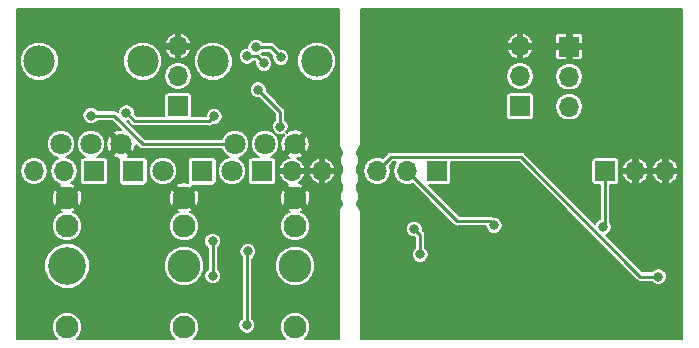
<source format=gbr>
G04 #@! TF.GenerationSoftware,KiCad,Pcbnew,(5.0.1)-4*
G04 #@! TF.CreationDate,2019-03-05T01:58:22+01:00*
G04 #@! TF.ProjectId,1U Headphone,3155204865616470686F6E652E6B6963,rev?*
G04 #@! TF.SameCoordinates,Original*
G04 #@! TF.FileFunction,Copper,L2,Bot,Signal*
G04 #@! TF.FilePolarity,Positive*
%FSLAX46Y46*%
G04 Gerber Fmt 4.6, Leading zero omitted, Abs format (unit mm)*
G04 Created by KiCad (PCBNEW (5.0.1)-4) date 3/5/2019 1:58:22 AM*
%MOMM*%
%LPD*%
G01*
G04 APERTURE LIST*
G04 #@! TA.AperFunction,ComponentPad*
%ADD10C,1.930400*%
G04 #@! TD*
G04 #@! TA.AperFunction,WasherPad*
%ADD11C,2.800000*%
G04 #@! TD*
G04 #@! TA.AperFunction,ComponentPad*
%ADD12C,2.667000*%
G04 #@! TD*
G04 #@! TA.AperFunction,ComponentPad*
%ADD13C,1.803400*%
G04 #@! TD*
G04 #@! TA.AperFunction,WasherPad*
%ADD14C,3.200000*%
G04 #@! TD*
G04 #@! TA.AperFunction,ComponentPad*
%ADD15R,1.700000X1.700000*%
G04 #@! TD*
G04 #@! TA.AperFunction,ComponentPad*
%ADD16O,1.700000X1.700000*%
G04 #@! TD*
G04 #@! TA.AperFunction,ComponentPad*
%ADD17R,1.800000X1.800000*%
G04 #@! TD*
G04 #@! TA.AperFunction,ComponentPad*
%ADD18C,1.800000*%
G04 #@! TD*
G04 #@! TA.AperFunction,ViaPad*
%ADD19C,0.800000*%
G04 #@! TD*
G04 #@! TA.AperFunction,Conductor*
%ADD20C,0.250000*%
G04 #@! TD*
G04 #@! TA.AperFunction,Conductor*
%ADD21C,0.127000*%
G04 #@! TD*
G04 APERTURE END LIST*
D10*
G04 #@! TO.P,J1,T*
G04 #@! TO.N,Net-(J1-PadT)*
X32258000Y-75615800D03*
G04 #@! TO.P,J1,S*
G04 #@! TO.N,GND*
X32258000Y-64643000D03*
G04 #@! TO.P,J1,TN*
G04 #@! TO.N,Net-(J1-PadTN)*
X32258000Y-67056000D03*
D11*
G04 #@! TO.P,J1,*
G04 #@! TO.N,*
X32258000Y-70408800D03*
G04 #@! TD*
D10*
G04 #@! TO.P,J2,T*
G04 #@! TO.N,Net-(J2-PadT)*
X41656000Y-75615800D03*
G04 #@! TO.P,J2,S*
G04 #@! TO.N,GND*
X41656000Y-64643000D03*
G04 #@! TO.P,J2,TN*
G04 #@! TO.N,Net-(J1-PadT)*
X41656000Y-67056000D03*
D11*
G04 #@! TO.P,J2,*
G04 #@! TO.N,*
X41656000Y-70408800D03*
G04 #@! TD*
D12*
G04 #@! TO.P,RV1,5*
G04 #@! TO.N,N/C*
X19989637Y-53087843D03*
G04 #@! TO.P,RV1,4*
X28778037Y-53087843D03*
D13*
G04 #@! TO.P,RV1,1*
G04 #@! TO.N,GND*
X26923837Y-60098243D03*
G04 #@! TO.P,RV1,2*
G04 #@! TO.N,POT_R_C*
X24383837Y-60098243D03*
G04 #@! TO.P,RV1,3*
G04 #@! TO.N,Net-(C3-Pad2)*
X21843837Y-60098243D03*
G04 #@! TD*
D12*
G04 #@! TO.P,RV2,5*
G04 #@! TO.N,N/C*
X34721637Y-53087843D03*
G04 #@! TO.P,RV2,4*
X43510037Y-53087843D03*
D13*
G04 #@! TO.P,RV2,1*
G04 #@! TO.N,GND*
X41655837Y-60098243D03*
G04 #@! TO.P,RV2,2*
G04 #@! TO.N,POT_L_C*
X39115837Y-60098243D03*
G04 #@! TO.P,RV2,3*
G04 #@! TO.N,Net-(C4-Pad2)*
X36575837Y-60098243D03*
G04 #@! TD*
D10*
G04 #@! TO.P,J3,T*
G04 #@! TO.N,OUT_R_C*
X22352000Y-75615800D03*
G04 #@! TO.P,J3,S*
G04 #@! TO.N,GND*
X22352000Y-64643000D03*
G04 #@! TO.P,J3,R*
G04 #@! TO.N,OUT_L_C*
X22352000Y-67056000D03*
D14*
G04 #@! TO.P,J3,*
G04 #@! TO.N,*
X22352000Y-70408800D03*
G04 #@! TD*
D15*
G04 #@! TO.P,J6,1*
G04 #@! TO.N,-12V*
X60706000Y-56896000D03*
D16*
G04 #@! TO.P,J6,2*
G04 #@! TO.N,+12V*
X60706000Y-54356000D03*
G04 #@! TO.P,J6,3*
G04 #@! TO.N,GND*
X60706000Y-51816000D03*
G04 #@! TD*
D17*
G04 #@! TO.P,D3,1*
G04 #@! TO.N,Net-(D3-Pad1)*
X33782000Y-62382400D03*
D18*
G04 #@! TO.P,D3,2*
G04 #@! TO.N,+12V*
X36322000Y-62382400D03*
G04 #@! TD*
G04 #@! TO.P,D4,2*
G04 #@! TO.N,+12V*
X30480000Y-62382400D03*
D17*
G04 #@! TO.P,D4,1*
G04 #@! TO.N,Net-(D4-Pad1)*
X27940000Y-62382400D03*
G04 #@! TD*
D16*
G04 #@! TO.P,J4,3*
G04 #@! TO.N,Net-(D1-Pad1)*
X64871600Y-56926000D03*
G04 #@! TO.P,J4,2*
G04 #@! TO.N,Net-(D2-Pad2)*
X64871600Y-54386000D03*
D15*
G04 #@! TO.P,J4,1*
G04 #@! TO.N,GND*
X64871600Y-51846000D03*
G04 #@! TD*
G04 #@! TO.P,J5,1*
G04 #@! TO.N,-12V*
X31750000Y-56896000D03*
D16*
G04 #@! TO.P,J5,2*
G04 #@! TO.N,+12V*
X31750000Y-54356000D03*
G04 #@! TO.P,J5,3*
G04 #@! TO.N,GND*
X31750000Y-51816000D03*
G04 #@! TD*
G04 #@! TO.P,J7,3*
G04 #@! TO.N,OUT_L_C*
X19558000Y-62382400D03*
G04 #@! TO.P,J7,2*
G04 #@! TO.N,OUT_R_C*
X22098000Y-62382400D03*
D15*
G04 #@! TO.P,J7,1*
G04 #@! TO.N,POT_R_C*
X24638000Y-62382400D03*
G04 #@! TD*
D16*
G04 #@! TO.P,J8,3*
G04 #@! TO.N,OUT_L_M*
X48615600Y-62382400D03*
G04 #@! TO.P,J8,2*
G04 #@! TO.N,OUT_R_M*
X51155600Y-62382400D03*
D15*
G04 #@! TO.P,J8,1*
G04 #@! TO.N,POT_R_M*
X53695600Y-62382400D03*
G04 #@! TD*
G04 #@! TO.P,J9,1*
G04 #@! TO.N,POT_L_C*
X38862000Y-62382400D03*
D16*
G04 #@! TO.P,J9,2*
G04 #@! TO.N,GND*
X41402000Y-62382400D03*
G04 #@! TO.P,J9,3*
X43942000Y-62382400D03*
G04 #@! TD*
D15*
G04 #@! TO.P,J10,1*
G04 #@! TO.N,POT_L_M*
X67919600Y-62382400D03*
D16*
G04 #@! TO.P,J10,2*
G04 #@! TO.N,GND*
X70459600Y-62382400D03*
G04 #@! TO.P,J10,3*
X72999600Y-62382400D03*
G04 #@! TD*
D19*
G04 #@! TO.N,Net-(C1-Pad2)*
X38531800Y-55503800D03*
X40386000Y-58623801D03*
G04 #@! TO.N,Net-(C1-Pad1)*
X34798000Y-57759600D03*
X27381200Y-57454800D03*
G04 #@! TO.N,Net-(C2-Pad1)*
X39019053Y-53268453D03*
X37594247Y-52642647D03*
G04 #@! TO.N,Net-(C2-Pad2)*
X40447482Y-52749835D03*
X38327190Y-51904179D03*
G04 #@! TO.N,Net-(C4-Pad2)*
X24358600Y-57683400D03*
G04 #@! TO.N,Net-(J1-PadT)*
X37566600Y-75438000D03*
X37668200Y-69189600D03*
G04 #@! TO.N,GND*
X49072800Y-70967600D03*
X58699400Y-56311800D03*
X44958000Y-54711600D03*
G04 #@! TO.N,Net-(R5-Pad1)*
X52247800Y-69443600D03*
X51739800Y-67284600D03*
G04 #@! TO.N,POT_L_M*
X67741800Y-67106800D03*
G04 #@! TO.N,Net-(Q1-Pad3)*
X34696400Y-71247000D03*
X34671000Y-68326000D03*
G04 #@! TO.N,OUT_L_M*
X72415400Y-71323200D03*
G04 #@! TO.N,OUT_R_M*
X58521600Y-66979800D03*
G04 #@! TD*
D20*
G04 #@! TO.N,Net-(C1-Pad2)*
X40386000Y-57358000D02*
X38531800Y-55503800D01*
X40386000Y-58623801D02*
X40386000Y-57358000D01*
G04 #@! TO.N,Net-(C1-Pad1)*
X28085999Y-58159599D02*
X27381200Y-57454800D01*
X34798000Y-57759600D02*
X34398001Y-58159599D01*
X34398001Y-58159599D02*
X28085999Y-58159599D01*
G04 #@! TO.N,Net-(C2-Pad1)*
X38393247Y-52642647D02*
X39019053Y-53268453D01*
X37594247Y-52642647D02*
X38393247Y-52642647D01*
G04 #@! TO.N,Net-(C2-Pad2)*
X40447482Y-52749835D02*
X39601826Y-51904179D01*
X39601826Y-51904179D02*
X38327190Y-51904179D01*
G04 #@! TO.N,Net-(C4-Pad2)*
X26324512Y-57683400D02*
X24358600Y-57683400D01*
X36575837Y-60098243D02*
X28739355Y-60098243D01*
X28739355Y-60098243D02*
X26324512Y-57683400D01*
G04 #@! TO.N,Net-(J1-PadT)*
X37566600Y-75438000D02*
X37566600Y-69291200D01*
X37566600Y-69291200D02*
X37668200Y-69189600D01*
G04 #@! TO.N,Net-(R5-Pad1)*
X52247800Y-69443600D02*
X52247800Y-67792600D01*
X52247800Y-67792600D02*
X51739800Y-67284600D01*
G04 #@! TO.N,POT_L_M*
X67919600Y-62382400D02*
X67919600Y-66929000D01*
X67919600Y-66929000D02*
X67741800Y-67106800D01*
G04 #@! TO.N,Net-(Q1-Pad3)*
X34696400Y-71247000D02*
X34696400Y-68351400D01*
X34696400Y-68351400D02*
X34671000Y-68326000D01*
G04 #@! TO.N,OUT_L_M*
X70885198Y-71323200D02*
X72415400Y-71323200D01*
X60769397Y-61207399D02*
X70885198Y-71323200D01*
X48615600Y-62382400D02*
X49790601Y-61207399D01*
X49790601Y-61207399D02*
X60769397Y-61207399D01*
G04 #@! TO.N,OUT_R_M*
X58166000Y-66624200D02*
X58521600Y-66979800D01*
X51155600Y-62382400D02*
X55397400Y-66624200D01*
X55397400Y-66624200D02*
X58166000Y-66624200D01*
G04 #@! TD*
D21*
G04 #@! TO.N,GND*
G36*
X45352501Y-60081792D02*
X45359561Y-60117285D01*
X45359561Y-60117295D01*
X45402097Y-60331139D01*
X45456970Y-60463615D01*
X45456972Y-60463617D01*
X45578105Y-60644905D01*
X45656500Y-60723299D01*
X45656500Y-60934180D01*
X45585757Y-61004923D01*
X45461300Y-61305389D01*
X45461300Y-61630611D01*
X45585757Y-61931077D01*
X45656500Y-62001820D01*
X45656500Y-62458180D01*
X45585757Y-62528923D01*
X45461300Y-62829389D01*
X45461300Y-63154611D01*
X45585757Y-63455077D01*
X45656500Y-63525820D01*
X45656500Y-63982180D01*
X45585757Y-64052923D01*
X45461300Y-64353389D01*
X45461300Y-64678611D01*
X45585757Y-64979077D01*
X45656500Y-65049820D01*
X45656500Y-65260701D01*
X45578105Y-65339095D01*
X45456972Y-65520383D01*
X45456970Y-65520385D01*
X45402097Y-65652861D01*
X45359561Y-65866705D01*
X45359561Y-65866715D01*
X45352501Y-65902208D01*
X45352500Y-76594500D01*
X42491312Y-76594500D01*
X42743421Y-76342391D01*
X42938700Y-75870945D01*
X42938700Y-75360655D01*
X42743421Y-74889209D01*
X42382591Y-74528379D01*
X41911145Y-74333100D01*
X41400855Y-74333100D01*
X40929409Y-74528379D01*
X40568579Y-74889209D01*
X40373300Y-75360655D01*
X40373300Y-75870945D01*
X40568579Y-76342391D01*
X40820688Y-76594500D01*
X33093312Y-76594500D01*
X33345421Y-76342391D01*
X33540700Y-75870945D01*
X33540700Y-75360655D01*
X33513621Y-75295280D01*
X36849100Y-75295280D01*
X36849100Y-75580720D01*
X36958333Y-75844431D01*
X37160169Y-76046267D01*
X37423880Y-76155500D01*
X37709320Y-76155500D01*
X37973031Y-76046267D01*
X38174867Y-75844431D01*
X38284100Y-75580720D01*
X38284100Y-75295280D01*
X38174867Y-75031569D01*
X38009100Y-74865802D01*
X38009100Y-70067168D01*
X39938500Y-70067168D01*
X39938500Y-70750432D01*
X40199974Y-71381686D01*
X40683114Y-71864826D01*
X41314368Y-72126300D01*
X41997632Y-72126300D01*
X42628886Y-71864826D01*
X43112026Y-71381686D01*
X43373500Y-70750432D01*
X43373500Y-70067168D01*
X43112026Y-69435914D01*
X42628886Y-68952774D01*
X41997632Y-68691300D01*
X41314368Y-68691300D01*
X40683114Y-68952774D01*
X40199974Y-69435914D01*
X39938500Y-70067168D01*
X38009100Y-70067168D01*
X38009100Y-69825011D01*
X38074631Y-69797867D01*
X38276467Y-69596031D01*
X38385700Y-69332320D01*
X38385700Y-69046880D01*
X38276467Y-68783169D01*
X38074631Y-68581333D01*
X37810920Y-68472100D01*
X37525480Y-68472100D01*
X37261769Y-68581333D01*
X37059933Y-68783169D01*
X36950700Y-69046880D01*
X36950700Y-69332320D01*
X37059933Y-69596031D01*
X37124101Y-69660199D01*
X37124100Y-74865802D01*
X36958333Y-75031569D01*
X36849100Y-75295280D01*
X33513621Y-75295280D01*
X33345421Y-74889209D01*
X32984591Y-74528379D01*
X32513145Y-74333100D01*
X32002855Y-74333100D01*
X31531409Y-74528379D01*
X31170579Y-74889209D01*
X30975300Y-75360655D01*
X30975300Y-75870945D01*
X31170579Y-76342391D01*
X31422688Y-76594500D01*
X23187312Y-76594500D01*
X23439421Y-76342391D01*
X23634700Y-75870945D01*
X23634700Y-75360655D01*
X23439421Y-74889209D01*
X23078591Y-74528379D01*
X22607145Y-74333100D01*
X22096855Y-74333100D01*
X21625409Y-74528379D01*
X21264579Y-74889209D01*
X21069300Y-75360655D01*
X21069300Y-75870945D01*
X21264579Y-76342391D01*
X21516688Y-76594500D01*
X18147500Y-76594500D01*
X18147500Y-70027386D01*
X20434500Y-70027386D01*
X20434500Y-70790214D01*
X20726422Y-71494976D01*
X21265824Y-72034378D01*
X21970586Y-72326300D01*
X22733414Y-72326300D01*
X23438176Y-72034378D01*
X23977578Y-71494976D01*
X24269500Y-70790214D01*
X24269500Y-70067168D01*
X30540500Y-70067168D01*
X30540500Y-70750432D01*
X30801974Y-71381686D01*
X31285114Y-71864826D01*
X31916368Y-72126300D01*
X32599632Y-72126300D01*
X33230886Y-71864826D01*
X33714026Y-71381686D01*
X33975500Y-70750432D01*
X33975500Y-70067168D01*
X33714026Y-69435914D01*
X33230886Y-68952774D01*
X32599632Y-68691300D01*
X31916368Y-68691300D01*
X31285114Y-68952774D01*
X30801974Y-69435914D01*
X30540500Y-70067168D01*
X24269500Y-70067168D01*
X24269500Y-70027386D01*
X23977578Y-69322624D01*
X23438176Y-68783222D01*
X22733414Y-68491300D01*
X21970586Y-68491300D01*
X21265824Y-68783222D01*
X20726422Y-69322624D01*
X20434500Y-70027386D01*
X18147500Y-70027386D01*
X18147500Y-66800855D01*
X21069300Y-66800855D01*
X21069300Y-67311145D01*
X21264579Y-67782591D01*
X21625409Y-68143421D01*
X22096855Y-68338700D01*
X22607145Y-68338700D01*
X23078591Y-68143421D01*
X23439421Y-67782591D01*
X23634700Y-67311145D01*
X23634700Y-66800855D01*
X30975300Y-66800855D01*
X30975300Y-67311145D01*
X31170579Y-67782591D01*
X31531409Y-68143421D01*
X32002855Y-68338700D01*
X32513145Y-68338700D01*
X32888362Y-68183280D01*
X33953500Y-68183280D01*
X33953500Y-68468720D01*
X34062733Y-68732431D01*
X34253901Y-68923599D01*
X34253900Y-70674802D01*
X34088133Y-70840569D01*
X33978900Y-71104280D01*
X33978900Y-71389720D01*
X34088133Y-71653431D01*
X34289969Y-71855267D01*
X34553680Y-71964500D01*
X34839120Y-71964500D01*
X35102831Y-71855267D01*
X35304667Y-71653431D01*
X35413900Y-71389720D01*
X35413900Y-71104280D01*
X35304667Y-70840569D01*
X35138900Y-70674802D01*
X35138900Y-68872798D01*
X35279267Y-68732431D01*
X35388500Y-68468720D01*
X35388500Y-68183280D01*
X35279267Y-67919569D01*
X35077431Y-67717733D01*
X34813720Y-67608500D01*
X34528280Y-67608500D01*
X34264569Y-67717733D01*
X34062733Y-67919569D01*
X33953500Y-68183280D01*
X32888362Y-68183280D01*
X32984591Y-68143421D01*
X33345421Y-67782591D01*
X33540700Y-67311145D01*
X33540700Y-66800855D01*
X40373300Y-66800855D01*
X40373300Y-67311145D01*
X40568579Y-67782591D01*
X40929409Y-68143421D01*
X41400855Y-68338700D01*
X41911145Y-68338700D01*
X42382591Y-68143421D01*
X42743421Y-67782591D01*
X42938700Y-67311145D01*
X42938700Y-66800855D01*
X42743421Y-66329409D01*
X42382591Y-65968579D01*
X42121111Y-65860271D01*
X42262406Y-65801744D01*
X42379437Y-65635844D01*
X41656000Y-64912408D01*
X40932563Y-65635844D01*
X41049594Y-65801744D01*
X41214912Y-65850320D01*
X40929409Y-65968579D01*
X40568579Y-66329409D01*
X40373300Y-66800855D01*
X33540700Y-66800855D01*
X33345421Y-66329409D01*
X32984591Y-65968579D01*
X32723111Y-65860271D01*
X32864406Y-65801744D01*
X32981437Y-65635844D01*
X32258000Y-64912408D01*
X31534563Y-65635844D01*
X31651594Y-65801744D01*
X31816912Y-65850320D01*
X31531409Y-65968579D01*
X31170579Y-66329409D01*
X30975300Y-66800855D01*
X23634700Y-66800855D01*
X23439421Y-66329409D01*
X23078591Y-65968579D01*
X22817111Y-65860271D01*
X22958406Y-65801744D01*
X23075437Y-65635844D01*
X22352000Y-64912408D01*
X21628563Y-65635844D01*
X21745594Y-65801744D01*
X21910912Y-65850320D01*
X21625409Y-65968579D01*
X21264579Y-66329409D01*
X21069300Y-66800855D01*
X18147500Y-66800855D01*
X18147500Y-64526186D01*
X21049398Y-64526186D01*
X21103850Y-65033563D01*
X21193256Y-65249406D01*
X21359156Y-65366437D01*
X22082592Y-64643000D01*
X22621408Y-64643000D01*
X23344844Y-65366437D01*
X23510744Y-65249406D01*
X23654602Y-64759814D01*
X23629529Y-64526186D01*
X30955398Y-64526186D01*
X31009850Y-65033563D01*
X31099256Y-65249406D01*
X31265156Y-65366437D01*
X31988592Y-64643000D01*
X32527408Y-64643000D01*
X33250844Y-65366437D01*
X33416744Y-65249406D01*
X33560602Y-64759814D01*
X33535529Y-64526186D01*
X40353398Y-64526186D01*
X40407850Y-65033563D01*
X40497256Y-65249406D01*
X40663156Y-65366437D01*
X41386592Y-64643000D01*
X41925408Y-64643000D01*
X42648844Y-65366437D01*
X42814744Y-65249406D01*
X42958602Y-64759814D01*
X42904150Y-64252437D01*
X42814744Y-64036594D01*
X42648844Y-63919563D01*
X41925408Y-64643000D01*
X41386592Y-64643000D01*
X40663156Y-63919563D01*
X40497256Y-64036594D01*
X40353398Y-64526186D01*
X33535529Y-64526186D01*
X33506150Y-64252437D01*
X33416744Y-64036594D01*
X33250844Y-63919563D01*
X32527408Y-64643000D01*
X31988592Y-64643000D01*
X31265156Y-63919563D01*
X31099256Y-64036594D01*
X30955398Y-64526186D01*
X23629529Y-64526186D01*
X23600150Y-64252437D01*
X23510744Y-64036594D01*
X23344844Y-63919563D01*
X22621408Y-64643000D01*
X22082592Y-64643000D01*
X21359156Y-63919563D01*
X21193256Y-64036594D01*
X21049398Y-64526186D01*
X18147500Y-64526186D01*
X18147500Y-62382400D01*
X18367628Y-62382400D01*
X18458240Y-62837936D01*
X18716280Y-63224120D01*
X19102464Y-63482160D01*
X19443015Y-63549900D01*
X19672985Y-63549900D01*
X20013536Y-63482160D01*
X20399720Y-63224120D01*
X20657760Y-62837936D01*
X20748372Y-62382400D01*
X20657760Y-61926864D01*
X20399720Y-61540680D01*
X20013536Y-61282640D01*
X19672985Y-61214900D01*
X19443015Y-61214900D01*
X19102464Y-61282640D01*
X18716280Y-61540680D01*
X18458240Y-61926864D01*
X18367628Y-62382400D01*
X18147500Y-62382400D01*
X18147500Y-59855729D01*
X20624637Y-59855729D01*
X20624637Y-60340757D01*
X20810249Y-60788865D01*
X21153215Y-61131831D01*
X21594566Y-61314644D01*
X21256280Y-61540680D01*
X20998240Y-61926864D01*
X20907628Y-62382400D01*
X20998240Y-62837936D01*
X21256280Y-63224120D01*
X21642464Y-63482160D01*
X21734200Y-63500408D01*
X21628563Y-63650156D01*
X22352000Y-64373592D01*
X23075437Y-63650156D01*
X31534563Y-63650156D01*
X32258000Y-64373592D01*
X32981437Y-63650156D01*
X32950373Y-63606120D01*
X34682000Y-63606120D01*
X34805882Y-63581478D01*
X34910905Y-63511305D01*
X34981078Y-63406282D01*
X35005720Y-63282400D01*
X35005720Y-61482400D01*
X34981078Y-61358518D01*
X34910905Y-61253495D01*
X34805882Y-61183322D01*
X34682000Y-61158680D01*
X32882000Y-61158680D01*
X32758118Y-61183322D01*
X32653095Y-61253495D01*
X32582922Y-61358518D01*
X32558280Y-61482400D01*
X32558280Y-63282400D01*
X32581922Y-63401253D01*
X32374814Y-63340398D01*
X31867437Y-63394850D01*
X31651594Y-63484256D01*
X31534563Y-63650156D01*
X23075437Y-63650156D01*
X22958406Y-63484256D01*
X22675019Y-63400988D01*
X22939720Y-63224120D01*
X23197760Y-62837936D01*
X23288372Y-62382400D01*
X23197760Y-61926864D01*
X22939720Y-61540680D01*
X22553536Y-61282640D01*
X22294680Y-61231150D01*
X22534459Y-61131831D01*
X22877425Y-60788865D01*
X23063037Y-60340757D01*
X23063037Y-59855729D01*
X23164637Y-59855729D01*
X23164637Y-60340757D01*
X23350249Y-60788865D01*
X23693215Y-61131831D01*
X23878745Y-61208680D01*
X23788000Y-61208680D01*
X23664118Y-61233322D01*
X23559095Y-61303495D01*
X23488922Y-61408518D01*
X23464280Y-61532400D01*
X23464280Y-63232400D01*
X23488922Y-63356282D01*
X23559095Y-63461305D01*
X23664118Y-63531478D01*
X23788000Y-63556120D01*
X25488000Y-63556120D01*
X25611882Y-63531478D01*
X25716905Y-63461305D01*
X25787078Y-63356282D01*
X25811720Y-63232400D01*
X25811720Y-61532400D01*
X25787078Y-61408518D01*
X25716905Y-61303495D01*
X25611882Y-61233322D01*
X25488000Y-61208680D01*
X24888929Y-61208680D01*
X25074459Y-61131831D01*
X25161575Y-61044715D01*
X26246773Y-61044715D01*
X26355918Y-61204014D01*
X26765937Y-61321080D01*
X26740922Y-61358518D01*
X26716280Y-61482400D01*
X26716280Y-63282400D01*
X26740922Y-63406282D01*
X26811095Y-63511305D01*
X26916118Y-63581478D01*
X27040000Y-63606120D01*
X28840000Y-63606120D01*
X28963882Y-63581478D01*
X29068905Y-63511305D01*
X29139078Y-63406282D01*
X29163720Y-63282400D01*
X29163720Y-62140224D01*
X29262500Y-62140224D01*
X29262500Y-62624576D01*
X29447854Y-63072058D01*
X29790342Y-63414546D01*
X30237824Y-63599900D01*
X30722176Y-63599900D01*
X31169658Y-63414546D01*
X31512146Y-63072058D01*
X31697500Y-62624576D01*
X31697500Y-62140224D01*
X31512146Y-61692742D01*
X31169658Y-61350254D01*
X30722176Y-61164900D01*
X30237824Y-61164900D01*
X29790342Y-61350254D01*
X29447854Y-61692742D01*
X29262500Y-62140224D01*
X29163720Y-62140224D01*
X29163720Y-61482400D01*
X29139078Y-61358518D01*
X29068905Y-61253495D01*
X28963882Y-61183322D01*
X28840000Y-61158680D01*
X27522817Y-61158680D01*
X27600901Y-61044715D01*
X26923837Y-60367651D01*
X26246773Y-61044715D01*
X25161575Y-61044715D01*
X25417425Y-60788865D01*
X25603037Y-60340757D01*
X25603037Y-59996714D01*
X25684905Y-59996714D01*
X25740359Y-60478562D01*
X25818066Y-60666162D01*
X25977365Y-60775307D01*
X26654429Y-60098243D01*
X25977365Y-59421179D01*
X25818066Y-59530324D01*
X25684905Y-59996714D01*
X25603037Y-59996714D01*
X25603037Y-59855729D01*
X25417425Y-59407621D01*
X25074459Y-59064655D01*
X24626351Y-58879043D01*
X24141323Y-58879043D01*
X23693215Y-59064655D01*
X23350249Y-59407621D01*
X23164637Y-59855729D01*
X23063037Y-59855729D01*
X22877425Y-59407621D01*
X22534459Y-59064655D01*
X22086351Y-58879043D01*
X21601323Y-58879043D01*
X21153215Y-59064655D01*
X20810249Y-59407621D01*
X20624637Y-59855729D01*
X18147500Y-59855729D01*
X18147500Y-57540680D01*
X23641100Y-57540680D01*
X23641100Y-57826120D01*
X23750333Y-58089831D01*
X23952169Y-58291667D01*
X24215880Y-58400900D01*
X24501320Y-58400900D01*
X24765031Y-58291667D01*
X24930798Y-58125900D01*
X26141224Y-58125900D01*
X26890191Y-58874868D01*
X26543518Y-58914765D01*
X26355918Y-58992472D01*
X26246773Y-59151771D01*
X26923837Y-59828835D01*
X26937979Y-59814693D01*
X27207387Y-60084101D01*
X27193245Y-60098243D01*
X27870309Y-60775307D01*
X28029608Y-60666162D01*
X28162769Y-60199772D01*
X28155964Y-60140642D01*
X28395643Y-60380320D01*
X28420330Y-60417268D01*
X28512063Y-60478562D01*
X28566700Y-60515069D01*
X28739355Y-60549412D01*
X28782937Y-60540743D01*
X35439474Y-60540743D01*
X35542249Y-60788865D01*
X35885215Y-61131831D01*
X36022438Y-61188670D01*
X35632342Y-61350254D01*
X35289854Y-61692742D01*
X35104500Y-62140224D01*
X35104500Y-62624576D01*
X35289854Y-63072058D01*
X35632342Y-63414546D01*
X36079824Y-63599900D01*
X36564176Y-63599900D01*
X37011658Y-63414546D01*
X37354146Y-63072058D01*
X37539500Y-62624576D01*
X37539500Y-62140224D01*
X37354146Y-61692742D01*
X37193804Y-61532400D01*
X37688280Y-61532400D01*
X37688280Y-63232400D01*
X37712922Y-63356282D01*
X37783095Y-63461305D01*
X37888118Y-63531478D01*
X38012000Y-63556120D01*
X39712000Y-63556120D01*
X39835882Y-63531478D01*
X39940905Y-63461305D01*
X40011078Y-63356282D01*
X40035720Y-63232400D01*
X40035720Y-62750747D01*
X40294110Y-62750747D01*
X40519403Y-63146679D01*
X40879064Y-63426257D01*
X41033656Y-63490271D01*
X41047334Y-63487460D01*
X40932563Y-63650156D01*
X41656000Y-64373592D01*
X42379437Y-63650156D01*
X42262406Y-63484256D01*
X41963362Y-63396387D01*
X42284597Y-63146679D01*
X42509890Y-62750747D01*
X42834110Y-62750747D01*
X43059403Y-63146679D01*
X43419064Y-63426257D01*
X43573656Y-63490271D01*
X43751500Y-63453720D01*
X43751500Y-62572900D01*
X44132500Y-62572900D01*
X44132500Y-63453720D01*
X44310344Y-63490271D01*
X44464936Y-63426257D01*
X44824597Y-63146679D01*
X45049890Y-62750747D01*
X45014497Y-62572900D01*
X44132500Y-62572900D01*
X43751500Y-62572900D01*
X42869503Y-62572900D01*
X42834110Y-62750747D01*
X42509890Y-62750747D01*
X42474497Y-62572900D01*
X41592500Y-62572900D01*
X41592500Y-62592900D01*
X41211500Y-62592900D01*
X41211500Y-62572900D01*
X40329503Y-62572900D01*
X40294110Y-62750747D01*
X40035720Y-62750747D01*
X40035720Y-62014053D01*
X40294110Y-62014053D01*
X40329503Y-62191900D01*
X41211500Y-62191900D01*
X41211500Y-62171900D01*
X41592500Y-62171900D01*
X41592500Y-62191900D01*
X42474497Y-62191900D01*
X42509890Y-62014053D01*
X42834110Y-62014053D01*
X42869503Y-62191900D01*
X43751500Y-62191900D01*
X43751500Y-61311080D01*
X44132500Y-61311080D01*
X44132500Y-62191900D01*
X45014497Y-62191900D01*
X45049890Y-62014053D01*
X44824597Y-61618121D01*
X44464936Y-61338543D01*
X44310344Y-61274529D01*
X44132500Y-61311080D01*
X43751500Y-61311080D01*
X43573656Y-61274529D01*
X43419064Y-61338543D01*
X43059403Y-61618121D01*
X42834110Y-62014053D01*
X42509890Y-62014053D01*
X42284597Y-61618121D01*
X41924936Y-61338543D01*
X41841745Y-61304095D01*
X42036156Y-61281721D01*
X42223756Y-61204014D01*
X42332901Y-61044715D01*
X41655837Y-60367651D01*
X40978773Y-61044715D01*
X41087918Y-61204014D01*
X41211498Y-61239298D01*
X41211498Y-61311080D01*
X41033656Y-61274529D01*
X40879064Y-61338543D01*
X40519403Y-61618121D01*
X40294110Y-62014053D01*
X40035720Y-62014053D01*
X40035720Y-61532400D01*
X40011078Y-61408518D01*
X39940905Y-61303495D01*
X39835882Y-61233322D01*
X39712000Y-61208680D01*
X39620929Y-61208680D01*
X39806459Y-61131831D01*
X40149425Y-60788865D01*
X40335037Y-60340757D01*
X40335037Y-59855729D01*
X40149425Y-59407621D01*
X39806459Y-59064655D01*
X39358351Y-58879043D01*
X38873323Y-58879043D01*
X38425215Y-59064655D01*
X38082249Y-59407621D01*
X37896637Y-59855729D01*
X37896637Y-60340757D01*
X38082249Y-60788865D01*
X38425215Y-61131831D01*
X38610745Y-61208680D01*
X38012000Y-61208680D01*
X37888118Y-61233322D01*
X37783095Y-61303495D01*
X37712922Y-61408518D01*
X37688280Y-61532400D01*
X37193804Y-61532400D01*
X37011658Y-61350254D01*
X36875399Y-61293813D01*
X37266459Y-61131831D01*
X37609425Y-60788865D01*
X37795037Y-60340757D01*
X37795037Y-59855729D01*
X37609425Y-59407621D01*
X37266459Y-59064655D01*
X36818351Y-58879043D01*
X36333323Y-58879043D01*
X35885215Y-59064655D01*
X35542249Y-59407621D01*
X35439474Y-59655743D01*
X28922645Y-59655743D01*
X27439201Y-58172300D01*
X27472911Y-58172300D01*
X27742284Y-58441673D01*
X27766974Y-58478624D01*
X27913344Y-58576425D01*
X28042417Y-58602099D01*
X28085998Y-58610768D01*
X28129579Y-58602099D01*
X34354419Y-58602099D01*
X34398001Y-58610768D01*
X34441583Y-58602099D01*
X34570656Y-58576425D01*
X34717026Y-58478624D01*
X34718044Y-58477100D01*
X34940720Y-58477100D01*
X35204431Y-58367867D01*
X35406267Y-58166031D01*
X35515500Y-57902320D01*
X35515500Y-57616880D01*
X35406267Y-57353169D01*
X35204431Y-57151333D01*
X34940720Y-57042100D01*
X34655280Y-57042100D01*
X34391569Y-57151333D01*
X34189733Y-57353169D01*
X34080500Y-57616880D01*
X34080500Y-57717099D01*
X32923720Y-57717099D01*
X32923720Y-56046000D01*
X32899078Y-55922118D01*
X32828905Y-55817095D01*
X32723882Y-55746922D01*
X32600000Y-55722280D01*
X30900000Y-55722280D01*
X30776118Y-55746922D01*
X30671095Y-55817095D01*
X30600922Y-55922118D01*
X30576280Y-56046000D01*
X30576280Y-57717099D01*
X28269288Y-57717099D01*
X28098700Y-57546511D01*
X28098700Y-57312080D01*
X27989467Y-57048369D01*
X27787631Y-56846533D01*
X27523920Y-56737300D01*
X27238480Y-56737300D01*
X26974769Y-56846533D01*
X26772933Y-57048369D01*
X26663700Y-57312080D01*
X26663700Y-57394551D01*
X26643537Y-57364375D01*
X26497167Y-57266574D01*
X26368094Y-57240900D01*
X26324512Y-57232231D01*
X26280930Y-57240900D01*
X24930798Y-57240900D01*
X24765031Y-57075133D01*
X24501320Y-56965900D01*
X24215880Y-56965900D01*
X23952169Y-57075133D01*
X23750333Y-57276969D01*
X23641100Y-57540680D01*
X18147500Y-57540680D01*
X18147500Y-52759439D01*
X18338637Y-52759439D01*
X18338637Y-53416247D01*
X18589987Y-54023059D01*
X19054421Y-54487493D01*
X19661233Y-54738843D01*
X20318041Y-54738843D01*
X20924853Y-54487493D01*
X21389287Y-54023059D01*
X21640637Y-53416247D01*
X21640637Y-52759439D01*
X27127037Y-52759439D01*
X27127037Y-53416247D01*
X27378387Y-54023059D01*
X27842821Y-54487493D01*
X28449633Y-54738843D01*
X29106441Y-54738843D01*
X29713253Y-54487493D01*
X29844746Y-54356000D01*
X30559628Y-54356000D01*
X30650240Y-54811536D01*
X30908280Y-55197720D01*
X31294464Y-55455760D01*
X31635015Y-55523500D01*
X31864985Y-55523500D01*
X32205536Y-55455760D01*
X32347234Y-55361080D01*
X37814300Y-55361080D01*
X37814300Y-55646520D01*
X37923533Y-55910231D01*
X38125369Y-56112067D01*
X38389080Y-56221300D01*
X38623512Y-56221300D01*
X39943501Y-57541291D01*
X39943500Y-58051603D01*
X39777733Y-58217370D01*
X39668500Y-58481081D01*
X39668500Y-58766521D01*
X39777733Y-59030232D01*
X39979569Y-59232068D01*
X40243280Y-59341301D01*
X40528720Y-59341301D01*
X40746938Y-59250912D01*
X40643017Y-59354833D01*
X40709364Y-59421180D01*
X40550066Y-59530324D01*
X40416905Y-59996714D01*
X40472359Y-60478562D01*
X40550066Y-60666162D01*
X40709365Y-60775307D01*
X41386429Y-60098243D01*
X41925245Y-60098243D01*
X42602309Y-60775307D01*
X42761608Y-60666162D01*
X42894769Y-60199772D01*
X42839315Y-59717924D01*
X42761608Y-59530324D01*
X42602309Y-59421179D01*
X41925245Y-60098243D01*
X41386429Y-60098243D01*
X41372287Y-60084101D01*
X41641695Y-59814693D01*
X41655837Y-59828835D01*
X42332901Y-59151771D01*
X42223756Y-58992472D01*
X41757366Y-58859311D01*
X41275518Y-58914765D01*
X41087918Y-58992472D01*
X40978774Y-59151770D01*
X40925752Y-59098748D01*
X40994267Y-59030232D01*
X41103500Y-58766521D01*
X41103500Y-58481081D01*
X40994267Y-58217370D01*
X40828500Y-58051603D01*
X40828500Y-57401582D01*
X40837169Y-57358000D01*
X40802826Y-57185345D01*
X40729712Y-57075922D01*
X40705025Y-57038975D01*
X40668077Y-57014288D01*
X39249300Y-55595512D01*
X39249300Y-55361080D01*
X39140067Y-55097369D01*
X38938231Y-54895533D01*
X38674520Y-54786300D01*
X38389080Y-54786300D01*
X38125369Y-54895533D01*
X37923533Y-55097369D01*
X37814300Y-55361080D01*
X32347234Y-55361080D01*
X32591720Y-55197720D01*
X32849760Y-54811536D01*
X32940372Y-54356000D01*
X32849760Y-53900464D01*
X32591720Y-53514280D01*
X32205536Y-53256240D01*
X31864985Y-53188500D01*
X31635015Y-53188500D01*
X31294464Y-53256240D01*
X30908280Y-53514280D01*
X30650240Y-53900464D01*
X30559628Y-54356000D01*
X29844746Y-54356000D01*
X30177687Y-54023059D01*
X30429037Y-53416247D01*
X30429037Y-52759439D01*
X30190825Y-52184344D01*
X30642129Y-52184344D01*
X30706143Y-52338936D01*
X30985721Y-52698597D01*
X31381653Y-52923890D01*
X31559500Y-52888497D01*
X31559500Y-52006500D01*
X31940500Y-52006500D01*
X31940500Y-52888497D01*
X32118347Y-52923890D01*
X32407354Y-52759439D01*
X33070637Y-52759439D01*
X33070637Y-53416247D01*
X33321987Y-54023059D01*
X33786421Y-54487493D01*
X34393233Y-54738843D01*
X35050041Y-54738843D01*
X35656853Y-54487493D01*
X36121287Y-54023059D01*
X36372637Y-53416247D01*
X36372637Y-52759439D01*
X36265144Y-52499927D01*
X36876747Y-52499927D01*
X36876747Y-52785367D01*
X36985980Y-53049078D01*
X37187816Y-53250914D01*
X37451527Y-53360147D01*
X37736967Y-53360147D01*
X38000678Y-53250914D01*
X38166445Y-53085147D01*
X38209959Y-53085147D01*
X38301553Y-53176741D01*
X38301553Y-53411173D01*
X38410786Y-53674884D01*
X38612622Y-53876720D01*
X38876333Y-53985953D01*
X39161773Y-53985953D01*
X39425484Y-53876720D01*
X39627320Y-53674884D01*
X39736553Y-53411173D01*
X39736553Y-53125733D01*
X39627320Y-52862022D01*
X39425484Y-52660186D01*
X39161773Y-52550953D01*
X38927341Y-52550953D01*
X38811228Y-52434839D01*
X38899388Y-52346679D01*
X39418538Y-52346679D01*
X39729982Y-52658124D01*
X39729982Y-52892555D01*
X39839215Y-53156266D01*
X40041051Y-53358102D01*
X40304762Y-53467335D01*
X40590202Y-53467335D01*
X40853913Y-53358102D01*
X41055749Y-53156266D01*
X41164982Y-52892555D01*
X41164982Y-52759439D01*
X41859037Y-52759439D01*
X41859037Y-53416247D01*
X42110387Y-54023059D01*
X42574821Y-54487493D01*
X43181633Y-54738843D01*
X43838441Y-54738843D01*
X44445253Y-54487493D01*
X44909687Y-54023059D01*
X45161037Y-53416247D01*
X45161037Y-52759439D01*
X44909687Y-52152627D01*
X44445253Y-51688193D01*
X43838441Y-51436843D01*
X43181633Y-51436843D01*
X42574821Y-51688193D01*
X42110387Y-52152627D01*
X41859037Y-52759439D01*
X41164982Y-52759439D01*
X41164982Y-52607115D01*
X41055749Y-52343404D01*
X40853913Y-52141568D01*
X40590202Y-52032335D01*
X40355771Y-52032335D01*
X39945542Y-51622107D01*
X39920851Y-51585154D01*
X39774481Y-51487353D01*
X39645408Y-51461679D01*
X39601826Y-51453010D01*
X39558244Y-51461679D01*
X38899388Y-51461679D01*
X38733621Y-51295912D01*
X38469910Y-51186679D01*
X38184470Y-51186679D01*
X37920759Y-51295912D01*
X37718923Y-51497748D01*
X37609690Y-51761459D01*
X37609690Y-51925147D01*
X37451527Y-51925147D01*
X37187816Y-52034380D01*
X36985980Y-52236216D01*
X36876747Y-52499927D01*
X36265144Y-52499927D01*
X36121287Y-52152627D01*
X35656853Y-51688193D01*
X35050041Y-51436843D01*
X34393233Y-51436843D01*
X33786421Y-51688193D01*
X33321987Y-52152627D01*
X33070637Y-52759439D01*
X32407354Y-52759439D01*
X32514279Y-52698597D01*
X32793857Y-52338936D01*
X32857871Y-52184344D01*
X32821320Y-52006500D01*
X31940500Y-52006500D01*
X31559500Y-52006500D01*
X30678680Y-52006500D01*
X30642129Y-52184344D01*
X30190825Y-52184344D01*
X30177687Y-52152627D01*
X29713253Y-51688193D01*
X29132546Y-51447656D01*
X30642129Y-51447656D01*
X30678680Y-51625500D01*
X31559500Y-51625500D01*
X31559500Y-50743503D01*
X31940500Y-50743503D01*
X31940500Y-51625500D01*
X32821320Y-51625500D01*
X32857871Y-51447656D01*
X32793857Y-51293064D01*
X32514279Y-50933403D01*
X32118347Y-50708110D01*
X31940500Y-50743503D01*
X31559500Y-50743503D01*
X31381653Y-50708110D01*
X30985721Y-50933403D01*
X30706143Y-51293064D01*
X30642129Y-51447656D01*
X29132546Y-51447656D01*
X29106441Y-51436843D01*
X28449633Y-51436843D01*
X27842821Y-51688193D01*
X27378387Y-52152627D01*
X27127037Y-52759439D01*
X21640637Y-52759439D01*
X21389287Y-52152627D01*
X20924853Y-51688193D01*
X20318041Y-51436843D01*
X19661233Y-51436843D01*
X19054421Y-51688193D01*
X18589987Y-52152627D01*
X18338637Y-52759439D01*
X18147500Y-52759439D01*
X18147500Y-48627500D01*
X45352500Y-48627500D01*
X45352501Y-60081792D01*
X45352501Y-60081792D01*
G37*
X45352501Y-60081792D02*
X45359561Y-60117285D01*
X45359561Y-60117295D01*
X45402097Y-60331139D01*
X45456970Y-60463615D01*
X45456972Y-60463617D01*
X45578105Y-60644905D01*
X45656500Y-60723299D01*
X45656500Y-60934180D01*
X45585757Y-61004923D01*
X45461300Y-61305389D01*
X45461300Y-61630611D01*
X45585757Y-61931077D01*
X45656500Y-62001820D01*
X45656500Y-62458180D01*
X45585757Y-62528923D01*
X45461300Y-62829389D01*
X45461300Y-63154611D01*
X45585757Y-63455077D01*
X45656500Y-63525820D01*
X45656500Y-63982180D01*
X45585757Y-64052923D01*
X45461300Y-64353389D01*
X45461300Y-64678611D01*
X45585757Y-64979077D01*
X45656500Y-65049820D01*
X45656500Y-65260701D01*
X45578105Y-65339095D01*
X45456972Y-65520383D01*
X45456970Y-65520385D01*
X45402097Y-65652861D01*
X45359561Y-65866705D01*
X45359561Y-65866715D01*
X45352501Y-65902208D01*
X45352500Y-76594500D01*
X42491312Y-76594500D01*
X42743421Y-76342391D01*
X42938700Y-75870945D01*
X42938700Y-75360655D01*
X42743421Y-74889209D01*
X42382591Y-74528379D01*
X41911145Y-74333100D01*
X41400855Y-74333100D01*
X40929409Y-74528379D01*
X40568579Y-74889209D01*
X40373300Y-75360655D01*
X40373300Y-75870945D01*
X40568579Y-76342391D01*
X40820688Y-76594500D01*
X33093312Y-76594500D01*
X33345421Y-76342391D01*
X33540700Y-75870945D01*
X33540700Y-75360655D01*
X33513621Y-75295280D01*
X36849100Y-75295280D01*
X36849100Y-75580720D01*
X36958333Y-75844431D01*
X37160169Y-76046267D01*
X37423880Y-76155500D01*
X37709320Y-76155500D01*
X37973031Y-76046267D01*
X38174867Y-75844431D01*
X38284100Y-75580720D01*
X38284100Y-75295280D01*
X38174867Y-75031569D01*
X38009100Y-74865802D01*
X38009100Y-70067168D01*
X39938500Y-70067168D01*
X39938500Y-70750432D01*
X40199974Y-71381686D01*
X40683114Y-71864826D01*
X41314368Y-72126300D01*
X41997632Y-72126300D01*
X42628886Y-71864826D01*
X43112026Y-71381686D01*
X43373500Y-70750432D01*
X43373500Y-70067168D01*
X43112026Y-69435914D01*
X42628886Y-68952774D01*
X41997632Y-68691300D01*
X41314368Y-68691300D01*
X40683114Y-68952774D01*
X40199974Y-69435914D01*
X39938500Y-70067168D01*
X38009100Y-70067168D01*
X38009100Y-69825011D01*
X38074631Y-69797867D01*
X38276467Y-69596031D01*
X38385700Y-69332320D01*
X38385700Y-69046880D01*
X38276467Y-68783169D01*
X38074631Y-68581333D01*
X37810920Y-68472100D01*
X37525480Y-68472100D01*
X37261769Y-68581333D01*
X37059933Y-68783169D01*
X36950700Y-69046880D01*
X36950700Y-69332320D01*
X37059933Y-69596031D01*
X37124101Y-69660199D01*
X37124100Y-74865802D01*
X36958333Y-75031569D01*
X36849100Y-75295280D01*
X33513621Y-75295280D01*
X33345421Y-74889209D01*
X32984591Y-74528379D01*
X32513145Y-74333100D01*
X32002855Y-74333100D01*
X31531409Y-74528379D01*
X31170579Y-74889209D01*
X30975300Y-75360655D01*
X30975300Y-75870945D01*
X31170579Y-76342391D01*
X31422688Y-76594500D01*
X23187312Y-76594500D01*
X23439421Y-76342391D01*
X23634700Y-75870945D01*
X23634700Y-75360655D01*
X23439421Y-74889209D01*
X23078591Y-74528379D01*
X22607145Y-74333100D01*
X22096855Y-74333100D01*
X21625409Y-74528379D01*
X21264579Y-74889209D01*
X21069300Y-75360655D01*
X21069300Y-75870945D01*
X21264579Y-76342391D01*
X21516688Y-76594500D01*
X18147500Y-76594500D01*
X18147500Y-70027386D01*
X20434500Y-70027386D01*
X20434500Y-70790214D01*
X20726422Y-71494976D01*
X21265824Y-72034378D01*
X21970586Y-72326300D01*
X22733414Y-72326300D01*
X23438176Y-72034378D01*
X23977578Y-71494976D01*
X24269500Y-70790214D01*
X24269500Y-70067168D01*
X30540500Y-70067168D01*
X30540500Y-70750432D01*
X30801974Y-71381686D01*
X31285114Y-71864826D01*
X31916368Y-72126300D01*
X32599632Y-72126300D01*
X33230886Y-71864826D01*
X33714026Y-71381686D01*
X33975500Y-70750432D01*
X33975500Y-70067168D01*
X33714026Y-69435914D01*
X33230886Y-68952774D01*
X32599632Y-68691300D01*
X31916368Y-68691300D01*
X31285114Y-68952774D01*
X30801974Y-69435914D01*
X30540500Y-70067168D01*
X24269500Y-70067168D01*
X24269500Y-70027386D01*
X23977578Y-69322624D01*
X23438176Y-68783222D01*
X22733414Y-68491300D01*
X21970586Y-68491300D01*
X21265824Y-68783222D01*
X20726422Y-69322624D01*
X20434500Y-70027386D01*
X18147500Y-70027386D01*
X18147500Y-66800855D01*
X21069300Y-66800855D01*
X21069300Y-67311145D01*
X21264579Y-67782591D01*
X21625409Y-68143421D01*
X22096855Y-68338700D01*
X22607145Y-68338700D01*
X23078591Y-68143421D01*
X23439421Y-67782591D01*
X23634700Y-67311145D01*
X23634700Y-66800855D01*
X30975300Y-66800855D01*
X30975300Y-67311145D01*
X31170579Y-67782591D01*
X31531409Y-68143421D01*
X32002855Y-68338700D01*
X32513145Y-68338700D01*
X32888362Y-68183280D01*
X33953500Y-68183280D01*
X33953500Y-68468720D01*
X34062733Y-68732431D01*
X34253901Y-68923599D01*
X34253900Y-70674802D01*
X34088133Y-70840569D01*
X33978900Y-71104280D01*
X33978900Y-71389720D01*
X34088133Y-71653431D01*
X34289969Y-71855267D01*
X34553680Y-71964500D01*
X34839120Y-71964500D01*
X35102831Y-71855267D01*
X35304667Y-71653431D01*
X35413900Y-71389720D01*
X35413900Y-71104280D01*
X35304667Y-70840569D01*
X35138900Y-70674802D01*
X35138900Y-68872798D01*
X35279267Y-68732431D01*
X35388500Y-68468720D01*
X35388500Y-68183280D01*
X35279267Y-67919569D01*
X35077431Y-67717733D01*
X34813720Y-67608500D01*
X34528280Y-67608500D01*
X34264569Y-67717733D01*
X34062733Y-67919569D01*
X33953500Y-68183280D01*
X32888362Y-68183280D01*
X32984591Y-68143421D01*
X33345421Y-67782591D01*
X33540700Y-67311145D01*
X33540700Y-66800855D01*
X40373300Y-66800855D01*
X40373300Y-67311145D01*
X40568579Y-67782591D01*
X40929409Y-68143421D01*
X41400855Y-68338700D01*
X41911145Y-68338700D01*
X42382591Y-68143421D01*
X42743421Y-67782591D01*
X42938700Y-67311145D01*
X42938700Y-66800855D01*
X42743421Y-66329409D01*
X42382591Y-65968579D01*
X42121111Y-65860271D01*
X42262406Y-65801744D01*
X42379437Y-65635844D01*
X41656000Y-64912408D01*
X40932563Y-65635844D01*
X41049594Y-65801744D01*
X41214912Y-65850320D01*
X40929409Y-65968579D01*
X40568579Y-66329409D01*
X40373300Y-66800855D01*
X33540700Y-66800855D01*
X33345421Y-66329409D01*
X32984591Y-65968579D01*
X32723111Y-65860271D01*
X32864406Y-65801744D01*
X32981437Y-65635844D01*
X32258000Y-64912408D01*
X31534563Y-65635844D01*
X31651594Y-65801744D01*
X31816912Y-65850320D01*
X31531409Y-65968579D01*
X31170579Y-66329409D01*
X30975300Y-66800855D01*
X23634700Y-66800855D01*
X23439421Y-66329409D01*
X23078591Y-65968579D01*
X22817111Y-65860271D01*
X22958406Y-65801744D01*
X23075437Y-65635844D01*
X22352000Y-64912408D01*
X21628563Y-65635844D01*
X21745594Y-65801744D01*
X21910912Y-65850320D01*
X21625409Y-65968579D01*
X21264579Y-66329409D01*
X21069300Y-66800855D01*
X18147500Y-66800855D01*
X18147500Y-64526186D01*
X21049398Y-64526186D01*
X21103850Y-65033563D01*
X21193256Y-65249406D01*
X21359156Y-65366437D01*
X22082592Y-64643000D01*
X22621408Y-64643000D01*
X23344844Y-65366437D01*
X23510744Y-65249406D01*
X23654602Y-64759814D01*
X23629529Y-64526186D01*
X30955398Y-64526186D01*
X31009850Y-65033563D01*
X31099256Y-65249406D01*
X31265156Y-65366437D01*
X31988592Y-64643000D01*
X32527408Y-64643000D01*
X33250844Y-65366437D01*
X33416744Y-65249406D01*
X33560602Y-64759814D01*
X33535529Y-64526186D01*
X40353398Y-64526186D01*
X40407850Y-65033563D01*
X40497256Y-65249406D01*
X40663156Y-65366437D01*
X41386592Y-64643000D01*
X41925408Y-64643000D01*
X42648844Y-65366437D01*
X42814744Y-65249406D01*
X42958602Y-64759814D01*
X42904150Y-64252437D01*
X42814744Y-64036594D01*
X42648844Y-63919563D01*
X41925408Y-64643000D01*
X41386592Y-64643000D01*
X40663156Y-63919563D01*
X40497256Y-64036594D01*
X40353398Y-64526186D01*
X33535529Y-64526186D01*
X33506150Y-64252437D01*
X33416744Y-64036594D01*
X33250844Y-63919563D01*
X32527408Y-64643000D01*
X31988592Y-64643000D01*
X31265156Y-63919563D01*
X31099256Y-64036594D01*
X30955398Y-64526186D01*
X23629529Y-64526186D01*
X23600150Y-64252437D01*
X23510744Y-64036594D01*
X23344844Y-63919563D01*
X22621408Y-64643000D01*
X22082592Y-64643000D01*
X21359156Y-63919563D01*
X21193256Y-64036594D01*
X21049398Y-64526186D01*
X18147500Y-64526186D01*
X18147500Y-62382400D01*
X18367628Y-62382400D01*
X18458240Y-62837936D01*
X18716280Y-63224120D01*
X19102464Y-63482160D01*
X19443015Y-63549900D01*
X19672985Y-63549900D01*
X20013536Y-63482160D01*
X20399720Y-63224120D01*
X20657760Y-62837936D01*
X20748372Y-62382400D01*
X20657760Y-61926864D01*
X20399720Y-61540680D01*
X20013536Y-61282640D01*
X19672985Y-61214900D01*
X19443015Y-61214900D01*
X19102464Y-61282640D01*
X18716280Y-61540680D01*
X18458240Y-61926864D01*
X18367628Y-62382400D01*
X18147500Y-62382400D01*
X18147500Y-59855729D01*
X20624637Y-59855729D01*
X20624637Y-60340757D01*
X20810249Y-60788865D01*
X21153215Y-61131831D01*
X21594566Y-61314644D01*
X21256280Y-61540680D01*
X20998240Y-61926864D01*
X20907628Y-62382400D01*
X20998240Y-62837936D01*
X21256280Y-63224120D01*
X21642464Y-63482160D01*
X21734200Y-63500408D01*
X21628563Y-63650156D01*
X22352000Y-64373592D01*
X23075437Y-63650156D01*
X31534563Y-63650156D01*
X32258000Y-64373592D01*
X32981437Y-63650156D01*
X32950373Y-63606120D01*
X34682000Y-63606120D01*
X34805882Y-63581478D01*
X34910905Y-63511305D01*
X34981078Y-63406282D01*
X35005720Y-63282400D01*
X35005720Y-61482400D01*
X34981078Y-61358518D01*
X34910905Y-61253495D01*
X34805882Y-61183322D01*
X34682000Y-61158680D01*
X32882000Y-61158680D01*
X32758118Y-61183322D01*
X32653095Y-61253495D01*
X32582922Y-61358518D01*
X32558280Y-61482400D01*
X32558280Y-63282400D01*
X32581922Y-63401253D01*
X32374814Y-63340398D01*
X31867437Y-63394850D01*
X31651594Y-63484256D01*
X31534563Y-63650156D01*
X23075437Y-63650156D01*
X22958406Y-63484256D01*
X22675019Y-63400988D01*
X22939720Y-63224120D01*
X23197760Y-62837936D01*
X23288372Y-62382400D01*
X23197760Y-61926864D01*
X22939720Y-61540680D01*
X22553536Y-61282640D01*
X22294680Y-61231150D01*
X22534459Y-61131831D01*
X22877425Y-60788865D01*
X23063037Y-60340757D01*
X23063037Y-59855729D01*
X23164637Y-59855729D01*
X23164637Y-60340757D01*
X23350249Y-60788865D01*
X23693215Y-61131831D01*
X23878745Y-61208680D01*
X23788000Y-61208680D01*
X23664118Y-61233322D01*
X23559095Y-61303495D01*
X23488922Y-61408518D01*
X23464280Y-61532400D01*
X23464280Y-63232400D01*
X23488922Y-63356282D01*
X23559095Y-63461305D01*
X23664118Y-63531478D01*
X23788000Y-63556120D01*
X25488000Y-63556120D01*
X25611882Y-63531478D01*
X25716905Y-63461305D01*
X25787078Y-63356282D01*
X25811720Y-63232400D01*
X25811720Y-61532400D01*
X25787078Y-61408518D01*
X25716905Y-61303495D01*
X25611882Y-61233322D01*
X25488000Y-61208680D01*
X24888929Y-61208680D01*
X25074459Y-61131831D01*
X25161575Y-61044715D01*
X26246773Y-61044715D01*
X26355918Y-61204014D01*
X26765937Y-61321080D01*
X26740922Y-61358518D01*
X26716280Y-61482400D01*
X26716280Y-63282400D01*
X26740922Y-63406282D01*
X26811095Y-63511305D01*
X26916118Y-63581478D01*
X27040000Y-63606120D01*
X28840000Y-63606120D01*
X28963882Y-63581478D01*
X29068905Y-63511305D01*
X29139078Y-63406282D01*
X29163720Y-63282400D01*
X29163720Y-62140224D01*
X29262500Y-62140224D01*
X29262500Y-62624576D01*
X29447854Y-63072058D01*
X29790342Y-63414546D01*
X30237824Y-63599900D01*
X30722176Y-63599900D01*
X31169658Y-63414546D01*
X31512146Y-63072058D01*
X31697500Y-62624576D01*
X31697500Y-62140224D01*
X31512146Y-61692742D01*
X31169658Y-61350254D01*
X30722176Y-61164900D01*
X30237824Y-61164900D01*
X29790342Y-61350254D01*
X29447854Y-61692742D01*
X29262500Y-62140224D01*
X29163720Y-62140224D01*
X29163720Y-61482400D01*
X29139078Y-61358518D01*
X29068905Y-61253495D01*
X28963882Y-61183322D01*
X28840000Y-61158680D01*
X27522817Y-61158680D01*
X27600901Y-61044715D01*
X26923837Y-60367651D01*
X26246773Y-61044715D01*
X25161575Y-61044715D01*
X25417425Y-60788865D01*
X25603037Y-60340757D01*
X25603037Y-59996714D01*
X25684905Y-59996714D01*
X25740359Y-60478562D01*
X25818066Y-60666162D01*
X25977365Y-60775307D01*
X26654429Y-60098243D01*
X25977365Y-59421179D01*
X25818066Y-59530324D01*
X25684905Y-59996714D01*
X25603037Y-59996714D01*
X25603037Y-59855729D01*
X25417425Y-59407621D01*
X25074459Y-59064655D01*
X24626351Y-58879043D01*
X24141323Y-58879043D01*
X23693215Y-59064655D01*
X23350249Y-59407621D01*
X23164637Y-59855729D01*
X23063037Y-59855729D01*
X22877425Y-59407621D01*
X22534459Y-59064655D01*
X22086351Y-58879043D01*
X21601323Y-58879043D01*
X21153215Y-59064655D01*
X20810249Y-59407621D01*
X20624637Y-59855729D01*
X18147500Y-59855729D01*
X18147500Y-57540680D01*
X23641100Y-57540680D01*
X23641100Y-57826120D01*
X23750333Y-58089831D01*
X23952169Y-58291667D01*
X24215880Y-58400900D01*
X24501320Y-58400900D01*
X24765031Y-58291667D01*
X24930798Y-58125900D01*
X26141224Y-58125900D01*
X26890191Y-58874868D01*
X26543518Y-58914765D01*
X26355918Y-58992472D01*
X26246773Y-59151771D01*
X26923837Y-59828835D01*
X26937979Y-59814693D01*
X27207387Y-60084101D01*
X27193245Y-60098243D01*
X27870309Y-60775307D01*
X28029608Y-60666162D01*
X28162769Y-60199772D01*
X28155964Y-60140642D01*
X28395643Y-60380320D01*
X28420330Y-60417268D01*
X28512063Y-60478562D01*
X28566700Y-60515069D01*
X28739355Y-60549412D01*
X28782937Y-60540743D01*
X35439474Y-60540743D01*
X35542249Y-60788865D01*
X35885215Y-61131831D01*
X36022438Y-61188670D01*
X35632342Y-61350254D01*
X35289854Y-61692742D01*
X35104500Y-62140224D01*
X35104500Y-62624576D01*
X35289854Y-63072058D01*
X35632342Y-63414546D01*
X36079824Y-63599900D01*
X36564176Y-63599900D01*
X37011658Y-63414546D01*
X37354146Y-63072058D01*
X37539500Y-62624576D01*
X37539500Y-62140224D01*
X37354146Y-61692742D01*
X37193804Y-61532400D01*
X37688280Y-61532400D01*
X37688280Y-63232400D01*
X37712922Y-63356282D01*
X37783095Y-63461305D01*
X37888118Y-63531478D01*
X38012000Y-63556120D01*
X39712000Y-63556120D01*
X39835882Y-63531478D01*
X39940905Y-63461305D01*
X40011078Y-63356282D01*
X40035720Y-63232400D01*
X40035720Y-62750747D01*
X40294110Y-62750747D01*
X40519403Y-63146679D01*
X40879064Y-63426257D01*
X41033656Y-63490271D01*
X41047334Y-63487460D01*
X40932563Y-63650156D01*
X41656000Y-64373592D01*
X42379437Y-63650156D01*
X42262406Y-63484256D01*
X41963362Y-63396387D01*
X42284597Y-63146679D01*
X42509890Y-62750747D01*
X42834110Y-62750747D01*
X43059403Y-63146679D01*
X43419064Y-63426257D01*
X43573656Y-63490271D01*
X43751500Y-63453720D01*
X43751500Y-62572900D01*
X44132500Y-62572900D01*
X44132500Y-63453720D01*
X44310344Y-63490271D01*
X44464936Y-63426257D01*
X44824597Y-63146679D01*
X45049890Y-62750747D01*
X45014497Y-62572900D01*
X44132500Y-62572900D01*
X43751500Y-62572900D01*
X42869503Y-62572900D01*
X42834110Y-62750747D01*
X42509890Y-62750747D01*
X42474497Y-62572900D01*
X41592500Y-62572900D01*
X41592500Y-62592900D01*
X41211500Y-62592900D01*
X41211500Y-62572900D01*
X40329503Y-62572900D01*
X40294110Y-62750747D01*
X40035720Y-62750747D01*
X40035720Y-62014053D01*
X40294110Y-62014053D01*
X40329503Y-62191900D01*
X41211500Y-62191900D01*
X41211500Y-62171900D01*
X41592500Y-62171900D01*
X41592500Y-62191900D01*
X42474497Y-62191900D01*
X42509890Y-62014053D01*
X42834110Y-62014053D01*
X42869503Y-62191900D01*
X43751500Y-62191900D01*
X43751500Y-61311080D01*
X44132500Y-61311080D01*
X44132500Y-62191900D01*
X45014497Y-62191900D01*
X45049890Y-62014053D01*
X44824597Y-61618121D01*
X44464936Y-61338543D01*
X44310344Y-61274529D01*
X44132500Y-61311080D01*
X43751500Y-61311080D01*
X43573656Y-61274529D01*
X43419064Y-61338543D01*
X43059403Y-61618121D01*
X42834110Y-62014053D01*
X42509890Y-62014053D01*
X42284597Y-61618121D01*
X41924936Y-61338543D01*
X41841745Y-61304095D01*
X42036156Y-61281721D01*
X42223756Y-61204014D01*
X42332901Y-61044715D01*
X41655837Y-60367651D01*
X40978773Y-61044715D01*
X41087918Y-61204014D01*
X41211498Y-61239298D01*
X41211498Y-61311080D01*
X41033656Y-61274529D01*
X40879064Y-61338543D01*
X40519403Y-61618121D01*
X40294110Y-62014053D01*
X40035720Y-62014053D01*
X40035720Y-61532400D01*
X40011078Y-61408518D01*
X39940905Y-61303495D01*
X39835882Y-61233322D01*
X39712000Y-61208680D01*
X39620929Y-61208680D01*
X39806459Y-61131831D01*
X40149425Y-60788865D01*
X40335037Y-60340757D01*
X40335037Y-59855729D01*
X40149425Y-59407621D01*
X39806459Y-59064655D01*
X39358351Y-58879043D01*
X38873323Y-58879043D01*
X38425215Y-59064655D01*
X38082249Y-59407621D01*
X37896637Y-59855729D01*
X37896637Y-60340757D01*
X38082249Y-60788865D01*
X38425215Y-61131831D01*
X38610745Y-61208680D01*
X38012000Y-61208680D01*
X37888118Y-61233322D01*
X37783095Y-61303495D01*
X37712922Y-61408518D01*
X37688280Y-61532400D01*
X37193804Y-61532400D01*
X37011658Y-61350254D01*
X36875399Y-61293813D01*
X37266459Y-61131831D01*
X37609425Y-60788865D01*
X37795037Y-60340757D01*
X37795037Y-59855729D01*
X37609425Y-59407621D01*
X37266459Y-59064655D01*
X36818351Y-58879043D01*
X36333323Y-58879043D01*
X35885215Y-59064655D01*
X35542249Y-59407621D01*
X35439474Y-59655743D01*
X28922645Y-59655743D01*
X27439201Y-58172300D01*
X27472911Y-58172300D01*
X27742284Y-58441673D01*
X27766974Y-58478624D01*
X27913344Y-58576425D01*
X28042417Y-58602099D01*
X28085998Y-58610768D01*
X28129579Y-58602099D01*
X34354419Y-58602099D01*
X34398001Y-58610768D01*
X34441583Y-58602099D01*
X34570656Y-58576425D01*
X34717026Y-58478624D01*
X34718044Y-58477100D01*
X34940720Y-58477100D01*
X35204431Y-58367867D01*
X35406267Y-58166031D01*
X35515500Y-57902320D01*
X35515500Y-57616880D01*
X35406267Y-57353169D01*
X35204431Y-57151333D01*
X34940720Y-57042100D01*
X34655280Y-57042100D01*
X34391569Y-57151333D01*
X34189733Y-57353169D01*
X34080500Y-57616880D01*
X34080500Y-57717099D01*
X32923720Y-57717099D01*
X32923720Y-56046000D01*
X32899078Y-55922118D01*
X32828905Y-55817095D01*
X32723882Y-55746922D01*
X32600000Y-55722280D01*
X30900000Y-55722280D01*
X30776118Y-55746922D01*
X30671095Y-55817095D01*
X30600922Y-55922118D01*
X30576280Y-56046000D01*
X30576280Y-57717099D01*
X28269288Y-57717099D01*
X28098700Y-57546511D01*
X28098700Y-57312080D01*
X27989467Y-57048369D01*
X27787631Y-56846533D01*
X27523920Y-56737300D01*
X27238480Y-56737300D01*
X26974769Y-56846533D01*
X26772933Y-57048369D01*
X26663700Y-57312080D01*
X26663700Y-57394551D01*
X26643537Y-57364375D01*
X26497167Y-57266574D01*
X26368094Y-57240900D01*
X26324512Y-57232231D01*
X26280930Y-57240900D01*
X24930798Y-57240900D01*
X24765031Y-57075133D01*
X24501320Y-56965900D01*
X24215880Y-56965900D01*
X23952169Y-57075133D01*
X23750333Y-57276969D01*
X23641100Y-57540680D01*
X18147500Y-57540680D01*
X18147500Y-52759439D01*
X18338637Y-52759439D01*
X18338637Y-53416247D01*
X18589987Y-54023059D01*
X19054421Y-54487493D01*
X19661233Y-54738843D01*
X20318041Y-54738843D01*
X20924853Y-54487493D01*
X21389287Y-54023059D01*
X21640637Y-53416247D01*
X21640637Y-52759439D01*
X27127037Y-52759439D01*
X27127037Y-53416247D01*
X27378387Y-54023059D01*
X27842821Y-54487493D01*
X28449633Y-54738843D01*
X29106441Y-54738843D01*
X29713253Y-54487493D01*
X29844746Y-54356000D01*
X30559628Y-54356000D01*
X30650240Y-54811536D01*
X30908280Y-55197720D01*
X31294464Y-55455760D01*
X31635015Y-55523500D01*
X31864985Y-55523500D01*
X32205536Y-55455760D01*
X32347234Y-55361080D01*
X37814300Y-55361080D01*
X37814300Y-55646520D01*
X37923533Y-55910231D01*
X38125369Y-56112067D01*
X38389080Y-56221300D01*
X38623512Y-56221300D01*
X39943501Y-57541291D01*
X39943500Y-58051603D01*
X39777733Y-58217370D01*
X39668500Y-58481081D01*
X39668500Y-58766521D01*
X39777733Y-59030232D01*
X39979569Y-59232068D01*
X40243280Y-59341301D01*
X40528720Y-59341301D01*
X40746938Y-59250912D01*
X40643017Y-59354833D01*
X40709364Y-59421180D01*
X40550066Y-59530324D01*
X40416905Y-59996714D01*
X40472359Y-60478562D01*
X40550066Y-60666162D01*
X40709365Y-60775307D01*
X41386429Y-60098243D01*
X41925245Y-60098243D01*
X42602309Y-60775307D01*
X42761608Y-60666162D01*
X42894769Y-60199772D01*
X42839315Y-59717924D01*
X42761608Y-59530324D01*
X42602309Y-59421179D01*
X41925245Y-60098243D01*
X41386429Y-60098243D01*
X41372287Y-60084101D01*
X41641695Y-59814693D01*
X41655837Y-59828835D01*
X42332901Y-59151771D01*
X42223756Y-58992472D01*
X41757366Y-58859311D01*
X41275518Y-58914765D01*
X41087918Y-58992472D01*
X40978774Y-59151770D01*
X40925752Y-59098748D01*
X40994267Y-59030232D01*
X41103500Y-58766521D01*
X41103500Y-58481081D01*
X40994267Y-58217370D01*
X40828500Y-58051603D01*
X40828500Y-57401582D01*
X40837169Y-57358000D01*
X40802826Y-57185345D01*
X40729712Y-57075922D01*
X40705025Y-57038975D01*
X40668077Y-57014288D01*
X39249300Y-55595512D01*
X39249300Y-55361080D01*
X39140067Y-55097369D01*
X38938231Y-54895533D01*
X38674520Y-54786300D01*
X38389080Y-54786300D01*
X38125369Y-54895533D01*
X37923533Y-55097369D01*
X37814300Y-55361080D01*
X32347234Y-55361080D01*
X32591720Y-55197720D01*
X32849760Y-54811536D01*
X32940372Y-54356000D01*
X32849760Y-53900464D01*
X32591720Y-53514280D01*
X32205536Y-53256240D01*
X31864985Y-53188500D01*
X31635015Y-53188500D01*
X31294464Y-53256240D01*
X30908280Y-53514280D01*
X30650240Y-53900464D01*
X30559628Y-54356000D01*
X29844746Y-54356000D01*
X30177687Y-54023059D01*
X30429037Y-53416247D01*
X30429037Y-52759439D01*
X30190825Y-52184344D01*
X30642129Y-52184344D01*
X30706143Y-52338936D01*
X30985721Y-52698597D01*
X31381653Y-52923890D01*
X31559500Y-52888497D01*
X31559500Y-52006500D01*
X31940500Y-52006500D01*
X31940500Y-52888497D01*
X32118347Y-52923890D01*
X32407354Y-52759439D01*
X33070637Y-52759439D01*
X33070637Y-53416247D01*
X33321987Y-54023059D01*
X33786421Y-54487493D01*
X34393233Y-54738843D01*
X35050041Y-54738843D01*
X35656853Y-54487493D01*
X36121287Y-54023059D01*
X36372637Y-53416247D01*
X36372637Y-52759439D01*
X36265144Y-52499927D01*
X36876747Y-52499927D01*
X36876747Y-52785367D01*
X36985980Y-53049078D01*
X37187816Y-53250914D01*
X37451527Y-53360147D01*
X37736967Y-53360147D01*
X38000678Y-53250914D01*
X38166445Y-53085147D01*
X38209959Y-53085147D01*
X38301553Y-53176741D01*
X38301553Y-53411173D01*
X38410786Y-53674884D01*
X38612622Y-53876720D01*
X38876333Y-53985953D01*
X39161773Y-53985953D01*
X39425484Y-53876720D01*
X39627320Y-53674884D01*
X39736553Y-53411173D01*
X39736553Y-53125733D01*
X39627320Y-52862022D01*
X39425484Y-52660186D01*
X39161773Y-52550953D01*
X38927341Y-52550953D01*
X38811228Y-52434839D01*
X38899388Y-52346679D01*
X39418538Y-52346679D01*
X39729982Y-52658124D01*
X39729982Y-52892555D01*
X39839215Y-53156266D01*
X40041051Y-53358102D01*
X40304762Y-53467335D01*
X40590202Y-53467335D01*
X40853913Y-53358102D01*
X41055749Y-53156266D01*
X41164982Y-52892555D01*
X41164982Y-52759439D01*
X41859037Y-52759439D01*
X41859037Y-53416247D01*
X42110387Y-54023059D01*
X42574821Y-54487493D01*
X43181633Y-54738843D01*
X43838441Y-54738843D01*
X44445253Y-54487493D01*
X44909687Y-54023059D01*
X45161037Y-53416247D01*
X45161037Y-52759439D01*
X44909687Y-52152627D01*
X44445253Y-51688193D01*
X43838441Y-51436843D01*
X43181633Y-51436843D01*
X42574821Y-51688193D01*
X42110387Y-52152627D01*
X41859037Y-52759439D01*
X41164982Y-52759439D01*
X41164982Y-52607115D01*
X41055749Y-52343404D01*
X40853913Y-52141568D01*
X40590202Y-52032335D01*
X40355771Y-52032335D01*
X39945542Y-51622107D01*
X39920851Y-51585154D01*
X39774481Y-51487353D01*
X39645408Y-51461679D01*
X39601826Y-51453010D01*
X39558244Y-51461679D01*
X38899388Y-51461679D01*
X38733621Y-51295912D01*
X38469910Y-51186679D01*
X38184470Y-51186679D01*
X37920759Y-51295912D01*
X37718923Y-51497748D01*
X37609690Y-51761459D01*
X37609690Y-51925147D01*
X37451527Y-51925147D01*
X37187816Y-52034380D01*
X36985980Y-52236216D01*
X36876747Y-52499927D01*
X36265144Y-52499927D01*
X36121287Y-52152627D01*
X35656853Y-51688193D01*
X35050041Y-51436843D01*
X34393233Y-51436843D01*
X33786421Y-51688193D01*
X33321987Y-52152627D01*
X33070637Y-52759439D01*
X32407354Y-52759439D01*
X32514279Y-52698597D01*
X32793857Y-52338936D01*
X32857871Y-52184344D01*
X32821320Y-52006500D01*
X31940500Y-52006500D01*
X31559500Y-52006500D01*
X30678680Y-52006500D01*
X30642129Y-52184344D01*
X30190825Y-52184344D01*
X30177687Y-52152627D01*
X29713253Y-51688193D01*
X29132546Y-51447656D01*
X30642129Y-51447656D01*
X30678680Y-51625500D01*
X31559500Y-51625500D01*
X31559500Y-50743503D01*
X31940500Y-50743503D01*
X31940500Y-51625500D01*
X32821320Y-51625500D01*
X32857871Y-51447656D01*
X32793857Y-51293064D01*
X32514279Y-50933403D01*
X32118347Y-50708110D01*
X31940500Y-50743503D01*
X31559500Y-50743503D01*
X31381653Y-50708110D01*
X30985721Y-50933403D01*
X30706143Y-51293064D01*
X30642129Y-51447656D01*
X29132546Y-51447656D01*
X29106441Y-51436843D01*
X28449633Y-51436843D01*
X27842821Y-51688193D01*
X27378387Y-52152627D01*
X27127037Y-52759439D01*
X21640637Y-52759439D01*
X21389287Y-52152627D01*
X20924853Y-51688193D01*
X20318041Y-51436843D01*
X19661233Y-51436843D01*
X19054421Y-51688193D01*
X18589987Y-52152627D01*
X18338637Y-52759439D01*
X18147500Y-52759439D01*
X18147500Y-48627500D01*
X45352500Y-48627500D01*
X45352501Y-60081792D01*
G36*
X74410101Y-76594500D02*
X47205100Y-76594500D01*
X47205100Y-67141880D01*
X51022300Y-67141880D01*
X51022300Y-67427320D01*
X51131533Y-67691031D01*
X51333369Y-67892867D01*
X51597080Y-68002100D01*
X51805301Y-68002100D01*
X51805300Y-68871402D01*
X51639533Y-69037169D01*
X51530300Y-69300880D01*
X51530300Y-69586320D01*
X51639533Y-69850031D01*
X51841369Y-70051867D01*
X52105080Y-70161100D01*
X52390520Y-70161100D01*
X52654231Y-70051867D01*
X52856067Y-69850031D01*
X52965300Y-69586320D01*
X52965300Y-69300880D01*
X52856067Y-69037169D01*
X52690300Y-68871402D01*
X52690300Y-67836180D01*
X52698969Y-67792599D01*
X52683547Y-67715067D01*
X52664626Y-67619945D01*
X52566825Y-67473575D01*
X52529874Y-67448885D01*
X52457300Y-67376311D01*
X52457300Y-67141880D01*
X52348067Y-66878169D01*
X52146231Y-66676333D01*
X51882520Y-66567100D01*
X51597080Y-66567100D01*
X51333369Y-66676333D01*
X51131533Y-66878169D01*
X51022300Y-67141880D01*
X47205100Y-67141880D01*
X47205100Y-65902208D01*
X47198039Y-65866710D01*
X47198039Y-65866704D01*
X47155503Y-65652861D01*
X47155503Y-65652859D01*
X47100630Y-65520385D01*
X47100630Y-65520384D01*
X47100629Y-65520383D01*
X46979498Y-65339101D01*
X46979497Y-65339098D01*
X46901100Y-65260700D01*
X46901100Y-65049820D01*
X46971843Y-64979077D01*
X47096300Y-64678611D01*
X47096300Y-64353389D01*
X46971843Y-64052923D01*
X46901100Y-63982180D01*
X46901100Y-63525820D01*
X46971843Y-63455077D01*
X47096300Y-63154611D01*
X47096300Y-62829389D01*
X46971843Y-62528923D01*
X46901100Y-62458180D01*
X46901100Y-62382400D01*
X47425228Y-62382400D01*
X47515840Y-62837936D01*
X47773880Y-63224120D01*
X48160064Y-63482160D01*
X48500615Y-63549900D01*
X48730585Y-63549900D01*
X49071136Y-63482160D01*
X49457320Y-63224120D01*
X49715360Y-62837936D01*
X49805972Y-62382400D01*
X49715360Y-61926864D01*
X49707976Y-61915813D01*
X49973890Y-61649899D01*
X50240902Y-61649899D01*
X50055840Y-61926864D01*
X49965228Y-62382400D01*
X50055840Y-62837936D01*
X50313880Y-63224120D01*
X50700064Y-63482160D01*
X51040615Y-63549900D01*
X51270585Y-63549900D01*
X51611136Y-63482160D01*
X51622187Y-63474776D01*
X55053686Y-66906275D01*
X55078375Y-66943225D01*
X55224745Y-67041026D01*
X55353818Y-67066700D01*
X55397399Y-67075369D01*
X55440980Y-67066700D01*
X57804100Y-67066700D01*
X57804100Y-67122520D01*
X57913333Y-67386231D01*
X58115169Y-67588067D01*
X58378880Y-67697300D01*
X58664320Y-67697300D01*
X58928031Y-67588067D01*
X59129867Y-67386231D01*
X59239100Y-67122520D01*
X59239100Y-66837080D01*
X59129867Y-66573369D01*
X58928031Y-66371533D01*
X58664320Y-66262300D01*
X58420858Y-66262300D01*
X58338655Y-66207374D01*
X58209582Y-66181700D01*
X58166000Y-66173031D01*
X58122418Y-66181700D01*
X55580689Y-66181700D01*
X52955108Y-63556120D01*
X54545600Y-63556120D01*
X54669482Y-63531478D01*
X54774505Y-63461305D01*
X54844678Y-63356282D01*
X54869320Y-63232400D01*
X54869320Y-61649899D01*
X60586109Y-61649899D01*
X70541484Y-71605275D01*
X70566173Y-71642225D01*
X70696986Y-71729631D01*
X70712543Y-71740026D01*
X70885198Y-71774369D01*
X70928780Y-71765700D01*
X71843202Y-71765700D01*
X72008969Y-71931467D01*
X72272680Y-72040700D01*
X72558120Y-72040700D01*
X72821831Y-71931467D01*
X73023667Y-71729631D01*
X73132900Y-71465920D01*
X73132900Y-71180480D01*
X73023667Y-70916769D01*
X72821831Y-70714933D01*
X72558120Y-70605700D01*
X72272680Y-70605700D01*
X72008969Y-70714933D01*
X71843202Y-70880700D01*
X71068487Y-70880700D01*
X67974723Y-67786937D01*
X68148231Y-67715067D01*
X68350067Y-67513231D01*
X68459300Y-67249520D01*
X68459300Y-66964080D01*
X68362100Y-66729419D01*
X68362100Y-63556120D01*
X68769600Y-63556120D01*
X68893482Y-63531478D01*
X68998505Y-63461305D01*
X69068678Y-63356282D01*
X69093320Y-63232400D01*
X69093320Y-62750747D01*
X69351710Y-62750747D01*
X69577003Y-63146679D01*
X69936664Y-63426257D01*
X70091256Y-63490271D01*
X70269100Y-63453720D01*
X70269100Y-62572900D01*
X70650100Y-62572900D01*
X70650100Y-63453720D01*
X70827944Y-63490271D01*
X70982536Y-63426257D01*
X71342197Y-63146679D01*
X71567490Y-62750747D01*
X71891710Y-62750747D01*
X72117003Y-63146679D01*
X72476664Y-63426257D01*
X72631256Y-63490271D01*
X72809100Y-63453720D01*
X72809100Y-62572900D01*
X73190100Y-62572900D01*
X73190100Y-63453720D01*
X73367944Y-63490271D01*
X73522536Y-63426257D01*
X73882197Y-63146679D01*
X74107490Y-62750747D01*
X74072097Y-62572900D01*
X73190100Y-62572900D01*
X72809100Y-62572900D01*
X71927103Y-62572900D01*
X71891710Y-62750747D01*
X71567490Y-62750747D01*
X71532097Y-62572900D01*
X70650100Y-62572900D01*
X70269100Y-62572900D01*
X69387103Y-62572900D01*
X69351710Y-62750747D01*
X69093320Y-62750747D01*
X69093320Y-62014053D01*
X69351710Y-62014053D01*
X69387103Y-62191900D01*
X70269100Y-62191900D01*
X70269100Y-61311080D01*
X70650100Y-61311080D01*
X70650100Y-62191900D01*
X71532097Y-62191900D01*
X71567490Y-62014053D01*
X71891710Y-62014053D01*
X71927103Y-62191900D01*
X72809100Y-62191900D01*
X72809100Y-61311080D01*
X73190100Y-61311080D01*
X73190100Y-62191900D01*
X74072097Y-62191900D01*
X74107490Y-62014053D01*
X73882197Y-61618121D01*
X73522536Y-61338543D01*
X73367944Y-61274529D01*
X73190100Y-61311080D01*
X72809100Y-61311080D01*
X72631256Y-61274529D01*
X72476664Y-61338543D01*
X72117003Y-61618121D01*
X71891710Y-62014053D01*
X71567490Y-62014053D01*
X71342197Y-61618121D01*
X70982536Y-61338543D01*
X70827944Y-61274529D01*
X70650100Y-61311080D01*
X70269100Y-61311080D01*
X70091256Y-61274529D01*
X69936664Y-61338543D01*
X69577003Y-61618121D01*
X69351710Y-62014053D01*
X69093320Y-62014053D01*
X69093320Y-61532400D01*
X69068678Y-61408518D01*
X68998505Y-61303495D01*
X68893482Y-61233322D01*
X68769600Y-61208680D01*
X67069600Y-61208680D01*
X66945718Y-61233322D01*
X66840695Y-61303495D01*
X66770522Y-61408518D01*
X66745880Y-61532400D01*
X66745880Y-63232400D01*
X66770522Y-63356282D01*
X66840695Y-63461305D01*
X66945718Y-63531478D01*
X67069600Y-63556120D01*
X67477100Y-63556120D01*
X67477101Y-66439826D01*
X67335369Y-66498533D01*
X67133533Y-66700369D01*
X67061663Y-66873877D01*
X61113113Y-60925327D01*
X61088422Y-60888374D01*
X60942052Y-60790573D01*
X60812979Y-60764899D01*
X60769397Y-60756230D01*
X60725815Y-60764899D01*
X49834181Y-60764899D01*
X49790600Y-60756230D01*
X49747019Y-60764899D01*
X49617946Y-60790573D01*
X49471576Y-60888374D01*
X49446887Y-60925325D01*
X49082187Y-61290024D01*
X49071136Y-61282640D01*
X48730585Y-61214900D01*
X48500615Y-61214900D01*
X48160064Y-61282640D01*
X47773880Y-61540680D01*
X47515840Y-61926864D01*
X47425228Y-62382400D01*
X46901100Y-62382400D01*
X46901100Y-62001820D01*
X46971843Y-61931077D01*
X47096300Y-61630611D01*
X47096300Y-61305389D01*
X46971843Y-61004923D01*
X46901100Y-60934180D01*
X46901100Y-60723300D01*
X46979497Y-60644902D01*
X46979498Y-60644899D01*
X47100629Y-60463617D01*
X47100630Y-60463616D01*
X47139807Y-60369034D01*
X47155503Y-60331141D01*
X47155503Y-60331139D01*
X47198039Y-60117296D01*
X47198039Y-60117290D01*
X47205100Y-60081792D01*
X47205100Y-56046000D01*
X59532280Y-56046000D01*
X59532280Y-57746000D01*
X59556922Y-57869882D01*
X59627095Y-57974905D01*
X59732118Y-58045078D01*
X59856000Y-58069720D01*
X61556000Y-58069720D01*
X61679882Y-58045078D01*
X61784905Y-57974905D01*
X61855078Y-57869882D01*
X61879720Y-57746000D01*
X61879720Y-56926000D01*
X63681228Y-56926000D01*
X63771840Y-57381536D01*
X64029880Y-57767720D01*
X64416064Y-58025760D01*
X64756615Y-58093500D01*
X64986585Y-58093500D01*
X65327136Y-58025760D01*
X65713320Y-57767720D01*
X65971360Y-57381536D01*
X66061972Y-56926000D01*
X65971360Y-56470464D01*
X65713320Y-56084280D01*
X65327136Y-55826240D01*
X64986585Y-55758500D01*
X64756615Y-55758500D01*
X64416064Y-55826240D01*
X64029880Y-56084280D01*
X63771840Y-56470464D01*
X63681228Y-56926000D01*
X61879720Y-56926000D01*
X61879720Y-56046000D01*
X61855078Y-55922118D01*
X61784905Y-55817095D01*
X61679882Y-55746922D01*
X61556000Y-55722280D01*
X59856000Y-55722280D01*
X59732118Y-55746922D01*
X59627095Y-55817095D01*
X59556922Y-55922118D01*
X59532280Y-56046000D01*
X47205100Y-56046000D01*
X47205100Y-54356000D01*
X59515628Y-54356000D01*
X59606240Y-54811536D01*
X59864280Y-55197720D01*
X60250464Y-55455760D01*
X60591015Y-55523500D01*
X60820985Y-55523500D01*
X61161536Y-55455760D01*
X61547720Y-55197720D01*
X61805760Y-54811536D01*
X61890404Y-54386000D01*
X63681228Y-54386000D01*
X63771840Y-54841536D01*
X64029880Y-55227720D01*
X64416064Y-55485760D01*
X64756615Y-55553500D01*
X64986585Y-55553500D01*
X65327136Y-55485760D01*
X65713320Y-55227720D01*
X65971360Y-54841536D01*
X66061972Y-54386000D01*
X65971360Y-53930464D01*
X65713320Y-53544280D01*
X65327136Y-53286240D01*
X64986585Y-53218500D01*
X64756615Y-53218500D01*
X64416064Y-53286240D01*
X64029880Y-53544280D01*
X63771840Y-53930464D01*
X63681228Y-54386000D01*
X61890404Y-54386000D01*
X61896372Y-54356000D01*
X61805760Y-53900464D01*
X61547720Y-53514280D01*
X61161536Y-53256240D01*
X60820985Y-53188500D01*
X60591015Y-53188500D01*
X60250464Y-53256240D01*
X59864280Y-53514280D01*
X59606240Y-53900464D01*
X59515628Y-54356000D01*
X47205100Y-54356000D01*
X47205100Y-52184344D01*
X59598129Y-52184344D01*
X59662143Y-52338936D01*
X59941721Y-52698597D01*
X60337653Y-52923890D01*
X60515500Y-52888497D01*
X60515500Y-52006500D01*
X60896500Y-52006500D01*
X60896500Y-52888497D01*
X61074347Y-52923890D01*
X61470279Y-52698597D01*
X61749857Y-52338936D01*
X61813871Y-52184344D01*
X61799800Y-52115875D01*
X63704100Y-52115875D01*
X63704100Y-52759154D01*
X63752436Y-52875849D01*
X63841750Y-52965163D01*
X63958445Y-53013500D01*
X64601725Y-53013500D01*
X64681100Y-52934125D01*
X64681100Y-52036500D01*
X65062100Y-52036500D01*
X65062100Y-52934125D01*
X65141475Y-53013500D01*
X65784755Y-53013500D01*
X65901450Y-52965163D01*
X65990764Y-52875849D01*
X66039100Y-52759154D01*
X66039100Y-52115875D01*
X65959725Y-52036500D01*
X65062100Y-52036500D01*
X64681100Y-52036500D01*
X63783475Y-52036500D01*
X63704100Y-52115875D01*
X61799800Y-52115875D01*
X61777320Y-52006500D01*
X60896500Y-52006500D01*
X60515500Y-52006500D01*
X59634680Y-52006500D01*
X59598129Y-52184344D01*
X47205100Y-52184344D01*
X47205100Y-51447656D01*
X59598129Y-51447656D01*
X59634680Y-51625500D01*
X60515500Y-51625500D01*
X60515500Y-50743503D01*
X60896500Y-50743503D01*
X60896500Y-51625500D01*
X61777320Y-51625500D01*
X61813871Y-51447656D01*
X61749857Y-51293064D01*
X61470279Y-50933403D01*
X61469301Y-50932846D01*
X63704100Y-50932846D01*
X63704100Y-51576125D01*
X63783475Y-51655500D01*
X64681100Y-51655500D01*
X64681100Y-50757875D01*
X65062100Y-50757875D01*
X65062100Y-51655500D01*
X65959725Y-51655500D01*
X66039100Y-51576125D01*
X66039100Y-50932846D01*
X65990764Y-50816151D01*
X65901450Y-50726837D01*
X65784755Y-50678500D01*
X65141475Y-50678500D01*
X65062100Y-50757875D01*
X64681100Y-50757875D01*
X64601725Y-50678500D01*
X63958445Y-50678500D01*
X63841750Y-50726837D01*
X63752436Y-50816151D01*
X63704100Y-50932846D01*
X61469301Y-50932846D01*
X61074347Y-50708110D01*
X60896500Y-50743503D01*
X60515500Y-50743503D01*
X60337653Y-50708110D01*
X59941721Y-50933403D01*
X59662143Y-51293064D01*
X59598129Y-51447656D01*
X47205100Y-51447656D01*
X47205100Y-48627500D01*
X74410100Y-48627500D01*
X74410101Y-76594500D01*
X74410101Y-76594500D01*
G37*
X74410101Y-76594500D02*
X47205100Y-76594500D01*
X47205100Y-67141880D01*
X51022300Y-67141880D01*
X51022300Y-67427320D01*
X51131533Y-67691031D01*
X51333369Y-67892867D01*
X51597080Y-68002100D01*
X51805301Y-68002100D01*
X51805300Y-68871402D01*
X51639533Y-69037169D01*
X51530300Y-69300880D01*
X51530300Y-69586320D01*
X51639533Y-69850031D01*
X51841369Y-70051867D01*
X52105080Y-70161100D01*
X52390520Y-70161100D01*
X52654231Y-70051867D01*
X52856067Y-69850031D01*
X52965300Y-69586320D01*
X52965300Y-69300880D01*
X52856067Y-69037169D01*
X52690300Y-68871402D01*
X52690300Y-67836180D01*
X52698969Y-67792599D01*
X52683547Y-67715067D01*
X52664626Y-67619945D01*
X52566825Y-67473575D01*
X52529874Y-67448885D01*
X52457300Y-67376311D01*
X52457300Y-67141880D01*
X52348067Y-66878169D01*
X52146231Y-66676333D01*
X51882520Y-66567100D01*
X51597080Y-66567100D01*
X51333369Y-66676333D01*
X51131533Y-66878169D01*
X51022300Y-67141880D01*
X47205100Y-67141880D01*
X47205100Y-65902208D01*
X47198039Y-65866710D01*
X47198039Y-65866704D01*
X47155503Y-65652861D01*
X47155503Y-65652859D01*
X47100630Y-65520385D01*
X47100630Y-65520384D01*
X47100629Y-65520383D01*
X46979498Y-65339101D01*
X46979497Y-65339098D01*
X46901100Y-65260700D01*
X46901100Y-65049820D01*
X46971843Y-64979077D01*
X47096300Y-64678611D01*
X47096300Y-64353389D01*
X46971843Y-64052923D01*
X46901100Y-63982180D01*
X46901100Y-63525820D01*
X46971843Y-63455077D01*
X47096300Y-63154611D01*
X47096300Y-62829389D01*
X46971843Y-62528923D01*
X46901100Y-62458180D01*
X46901100Y-62382400D01*
X47425228Y-62382400D01*
X47515840Y-62837936D01*
X47773880Y-63224120D01*
X48160064Y-63482160D01*
X48500615Y-63549900D01*
X48730585Y-63549900D01*
X49071136Y-63482160D01*
X49457320Y-63224120D01*
X49715360Y-62837936D01*
X49805972Y-62382400D01*
X49715360Y-61926864D01*
X49707976Y-61915813D01*
X49973890Y-61649899D01*
X50240902Y-61649899D01*
X50055840Y-61926864D01*
X49965228Y-62382400D01*
X50055840Y-62837936D01*
X50313880Y-63224120D01*
X50700064Y-63482160D01*
X51040615Y-63549900D01*
X51270585Y-63549900D01*
X51611136Y-63482160D01*
X51622187Y-63474776D01*
X55053686Y-66906275D01*
X55078375Y-66943225D01*
X55224745Y-67041026D01*
X55353818Y-67066700D01*
X55397399Y-67075369D01*
X55440980Y-67066700D01*
X57804100Y-67066700D01*
X57804100Y-67122520D01*
X57913333Y-67386231D01*
X58115169Y-67588067D01*
X58378880Y-67697300D01*
X58664320Y-67697300D01*
X58928031Y-67588067D01*
X59129867Y-67386231D01*
X59239100Y-67122520D01*
X59239100Y-66837080D01*
X59129867Y-66573369D01*
X58928031Y-66371533D01*
X58664320Y-66262300D01*
X58420858Y-66262300D01*
X58338655Y-66207374D01*
X58209582Y-66181700D01*
X58166000Y-66173031D01*
X58122418Y-66181700D01*
X55580689Y-66181700D01*
X52955108Y-63556120D01*
X54545600Y-63556120D01*
X54669482Y-63531478D01*
X54774505Y-63461305D01*
X54844678Y-63356282D01*
X54869320Y-63232400D01*
X54869320Y-61649899D01*
X60586109Y-61649899D01*
X70541484Y-71605275D01*
X70566173Y-71642225D01*
X70696986Y-71729631D01*
X70712543Y-71740026D01*
X70885198Y-71774369D01*
X70928780Y-71765700D01*
X71843202Y-71765700D01*
X72008969Y-71931467D01*
X72272680Y-72040700D01*
X72558120Y-72040700D01*
X72821831Y-71931467D01*
X73023667Y-71729631D01*
X73132900Y-71465920D01*
X73132900Y-71180480D01*
X73023667Y-70916769D01*
X72821831Y-70714933D01*
X72558120Y-70605700D01*
X72272680Y-70605700D01*
X72008969Y-70714933D01*
X71843202Y-70880700D01*
X71068487Y-70880700D01*
X67974723Y-67786937D01*
X68148231Y-67715067D01*
X68350067Y-67513231D01*
X68459300Y-67249520D01*
X68459300Y-66964080D01*
X68362100Y-66729419D01*
X68362100Y-63556120D01*
X68769600Y-63556120D01*
X68893482Y-63531478D01*
X68998505Y-63461305D01*
X69068678Y-63356282D01*
X69093320Y-63232400D01*
X69093320Y-62750747D01*
X69351710Y-62750747D01*
X69577003Y-63146679D01*
X69936664Y-63426257D01*
X70091256Y-63490271D01*
X70269100Y-63453720D01*
X70269100Y-62572900D01*
X70650100Y-62572900D01*
X70650100Y-63453720D01*
X70827944Y-63490271D01*
X70982536Y-63426257D01*
X71342197Y-63146679D01*
X71567490Y-62750747D01*
X71891710Y-62750747D01*
X72117003Y-63146679D01*
X72476664Y-63426257D01*
X72631256Y-63490271D01*
X72809100Y-63453720D01*
X72809100Y-62572900D01*
X73190100Y-62572900D01*
X73190100Y-63453720D01*
X73367944Y-63490271D01*
X73522536Y-63426257D01*
X73882197Y-63146679D01*
X74107490Y-62750747D01*
X74072097Y-62572900D01*
X73190100Y-62572900D01*
X72809100Y-62572900D01*
X71927103Y-62572900D01*
X71891710Y-62750747D01*
X71567490Y-62750747D01*
X71532097Y-62572900D01*
X70650100Y-62572900D01*
X70269100Y-62572900D01*
X69387103Y-62572900D01*
X69351710Y-62750747D01*
X69093320Y-62750747D01*
X69093320Y-62014053D01*
X69351710Y-62014053D01*
X69387103Y-62191900D01*
X70269100Y-62191900D01*
X70269100Y-61311080D01*
X70650100Y-61311080D01*
X70650100Y-62191900D01*
X71532097Y-62191900D01*
X71567490Y-62014053D01*
X71891710Y-62014053D01*
X71927103Y-62191900D01*
X72809100Y-62191900D01*
X72809100Y-61311080D01*
X73190100Y-61311080D01*
X73190100Y-62191900D01*
X74072097Y-62191900D01*
X74107490Y-62014053D01*
X73882197Y-61618121D01*
X73522536Y-61338543D01*
X73367944Y-61274529D01*
X73190100Y-61311080D01*
X72809100Y-61311080D01*
X72631256Y-61274529D01*
X72476664Y-61338543D01*
X72117003Y-61618121D01*
X71891710Y-62014053D01*
X71567490Y-62014053D01*
X71342197Y-61618121D01*
X70982536Y-61338543D01*
X70827944Y-61274529D01*
X70650100Y-61311080D01*
X70269100Y-61311080D01*
X70091256Y-61274529D01*
X69936664Y-61338543D01*
X69577003Y-61618121D01*
X69351710Y-62014053D01*
X69093320Y-62014053D01*
X69093320Y-61532400D01*
X69068678Y-61408518D01*
X68998505Y-61303495D01*
X68893482Y-61233322D01*
X68769600Y-61208680D01*
X67069600Y-61208680D01*
X66945718Y-61233322D01*
X66840695Y-61303495D01*
X66770522Y-61408518D01*
X66745880Y-61532400D01*
X66745880Y-63232400D01*
X66770522Y-63356282D01*
X66840695Y-63461305D01*
X66945718Y-63531478D01*
X67069600Y-63556120D01*
X67477100Y-63556120D01*
X67477101Y-66439826D01*
X67335369Y-66498533D01*
X67133533Y-66700369D01*
X67061663Y-66873877D01*
X61113113Y-60925327D01*
X61088422Y-60888374D01*
X60942052Y-60790573D01*
X60812979Y-60764899D01*
X60769397Y-60756230D01*
X60725815Y-60764899D01*
X49834181Y-60764899D01*
X49790600Y-60756230D01*
X49747019Y-60764899D01*
X49617946Y-60790573D01*
X49471576Y-60888374D01*
X49446887Y-60925325D01*
X49082187Y-61290024D01*
X49071136Y-61282640D01*
X48730585Y-61214900D01*
X48500615Y-61214900D01*
X48160064Y-61282640D01*
X47773880Y-61540680D01*
X47515840Y-61926864D01*
X47425228Y-62382400D01*
X46901100Y-62382400D01*
X46901100Y-62001820D01*
X46971843Y-61931077D01*
X47096300Y-61630611D01*
X47096300Y-61305389D01*
X46971843Y-61004923D01*
X46901100Y-60934180D01*
X46901100Y-60723300D01*
X46979497Y-60644902D01*
X46979498Y-60644899D01*
X47100629Y-60463617D01*
X47100630Y-60463616D01*
X47139807Y-60369034D01*
X47155503Y-60331141D01*
X47155503Y-60331139D01*
X47198039Y-60117296D01*
X47198039Y-60117290D01*
X47205100Y-60081792D01*
X47205100Y-56046000D01*
X59532280Y-56046000D01*
X59532280Y-57746000D01*
X59556922Y-57869882D01*
X59627095Y-57974905D01*
X59732118Y-58045078D01*
X59856000Y-58069720D01*
X61556000Y-58069720D01*
X61679882Y-58045078D01*
X61784905Y-57974905D01*
X61855078Y-57869882D01*
X61879720Y-57746000D01*
X61879720Y-56926000D01*
X63681228Y-56926000D01*
X63771840Y-57381536D01*
X64029880Y-57767720D01*
X64416064Y-58025760D01*
X64756615Y-58093500D01*
X64986585Y-58093500D01*
X65327136Y-58025760D01*
X65713320Y-57767720D01*
X65971360Y-57381536D01*
X66061972Y-56926000D01*
X65971360Y-56470464D01*
X65713320Y-56084280D01*
X65327136Y-55826240D01*
X64986585Y-55758500D01*
X64756615Y-55758500D01*
X64416064Y-55826240D01*
X64029880Y-56084280D01*
X63771840Y-56470464D01*
X63681228Y-56926000D01*
X61879720Y-56926000D01*
X61879720Y-56046000D01*
X61855078Y-55922118D01*
X61784905Y-55817095D01*
X61679882Y-55746922D01*
X61556000Y-55722280D01*
X59856000Y-55722280D01*
X59732118Y-55746922D01*
X59627095Y-55817095D01*
X59556922Y-55922118D01*
X59532280Y-56046000D01*
X47205100Y-56046000D01*
X47205100Y-54356000D01*
X59515628Y-54356000D01*
X59606240Y-54811536D01*
X59864280Y-55197720D01*
X60250464Y-55455760D01*
X60591015Y-55523500D01*
X60820985Y-55523500D01*
X61161536Y-55455760D01*
X61547720Y-55197720D01*
X61805760Y-54811536D01*
X61890404Y-54386000D01*
X63681228Y-54386000D01*
X63771840Y-54841536D01*
X64029880Y-55227720D01*
X64416064Y-55485760D01*
X64756615Y-55553500D01*
X64986585Y-55553500D01*
X65327136Y-55485760D01*
X65713320Y-55227720D01*
X65971360Y-54841536D01*
X66061972Y-54386000D01*
X65971360Y-53930464D01*
X65713320Y-53544280D01*
X65327136Y-53286240D01*
X64986585Y-53218500D01*
X64756615Y-53218500D01*
X64416064Y-53286240D01*
X64029880Y-53544280D01*
X63771840Y-53930464D01*
X63681228Y-54386000D01*
X61890404Y-54386000D01*
X61896372Y-54356000D01*
X61805760Y-53900464D01*
X61547720Y-53514280D01*
X61161536Y-53256240D01*
X60820985Y-53188500D01*
X60591015Y-53188500D01*
X60250464Y-53256240D01*
X59864280Y-53514280D01*
X59606240Y-53900464D01*
X59515628Y-54356000D01*
X47205100Y-54356000D01*
X47205100Y-52184344D01*
X59598129Y-52184344D01*
X59662143Y-52338936D01*
X59941721Y-52698597D01*
X60337653Y-52923890D01*
X60515500Y-52888497D01*
X60515500Y-52006500D01*
X60896500Y-52006500D01*
X60896500Y-52888497D01*
X61074347Y-52923890D01*
X61470279Y-52698597D01*
X61749857Y-52338936D01*
X61813871Y-52184344D01*
X61799800Y-52115875D01*
X63704100Y-52115875D01*
X63704100Y-52759154D01*
X63752436Y-52875849D01*
X63841750Y-52965163D01*
X63958445Y-53013500D01*
X64601725Y-53013500D01*
X64681100Y-52934125D01*
X64681100Y-52036500D01*
X65062100Y-52036500D01*
X65062100Y-52934125D01*
X65141475Y-53013500D01*
X65784755Y-53013500D01*
X65901450Y-52965163D01*
X65990764Y-52875849D01*
X66039100Y-52759154D01*
X66039100Y-52115875D01*
X65959725Y-52036500D01*
X65062100Y-52036500D01*
X64681100Y-52036500D01*
X63783475Y-52036500D01*
X63704100Y-52115875D01*
X61799800Y-52115875D01*
X61777320Y-52006500D01*
X60896500Y-52006500D01*
X60515500Y-52006500D01*
X59634680Y-52006500D01*
X59598129Y-52184344D01*
X47205100Y-52184344D01*
X47205100Y-51447656D01*
X59598129Y-51447656D01*
X59634680Y-51625500D01*
X60515500Y-51625500D01*
X60515500Y-50743503D01*
X60896500Y-50743503D01*
X60896500Y-51625500D01*
X61777320Y-51625500D01*
X61813871Y-51447656D01*
X61749857Y-51293064D01*
X61470279Y-50933403D01*
X61469301Y-50932846D01*
X63704100Y-50932846D01*
X63704100Y-51576125D01*
X63783475Y-51655500D01*
X64681100Y-51655500D01*
X64681100Y-50757875D01*
X65062100Y-50757875D01*
X65062100Y-51655500D01*
X65959725Y-51655500D01*
X66039100Y-51576125D01*
X66039100Y-50932846D01*
X65990764Y-50816151D01*
X65901450Y-50726837D01*
X65784755Y-50678500D01*
X65141475Y-50678500D01*
X65062100Y-50757875D01*
X64681100Y-50757875D01*
X64601725Y-50678500D01*
X63958445Y-50678500D01*
X63841750Y-50726837D01*
X63752436Y-50816151D01*
X63704100Y-50932846D01*
X61469301Y-50932846D01*
X61074347Y-50708110D01*
X60896500Y-50743503D01*
X60515500Y-50743503D01*
X60337653Y-50708110D01*
X59941721Y-50933403D01*
X59662143Y-51293064D01*
X59598129Y-51447656D01*
X47205100Y-51447656D01*
X47205100Y-48627500D01*
X74410100Y-48627500D01*
X74410101Y-76594500D01*
G04 #@! TD*
M02*

</source>
